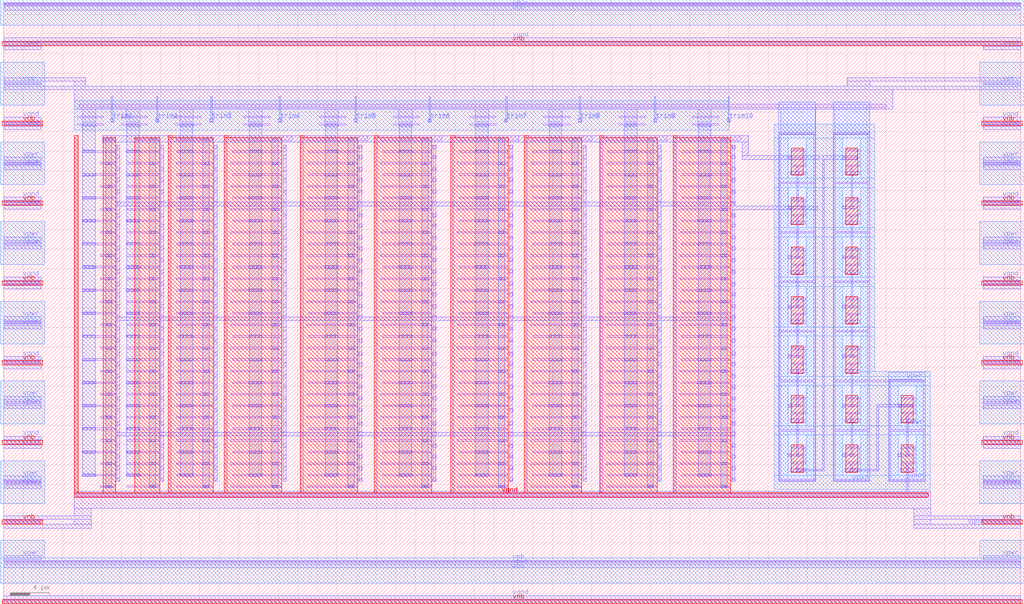
<source format=lef>
VERSION 5.7 ;
  NOWIREEXTENSIONATPIN ON ;
  DIVIDERCHAR "/" ;
  BUSBITCHARS "[]" ;
MACRO vref_gen_nmos_with_trim
  CLASS BLOCK ;
  FOREIGN vref_gen_nmos_with_trim ;
  ORIGIN 0.000 0.000 ;
  SIZE 103.780 BY 61.050 ;
  PIN vpb
    ANTENNADIFFAREA 17.642599 ;
    PORT
      LAYER nwell ;
        RECT -0.330 58.865 104.110 61.465 ;
      LAYER li1 ;
        RECT 0.000 60.965 103.780 61.135 ;
      LAYER met1 ;
        RECT 0.000 60.935 103.780 61.165 ;
    END
    PORT
      LAYER nwell ;
        RECT 99.610 50.725 104.110 55.095 ;
      LAYER li1 ;
        RECT 99.940 52.825 103.780 52.995 ;
      LAYER met1 ;
        RECT 99.940 52.795 103.780 53.025 ;
    END
    PORT
      LAYER nwell ;
        RECT 99.610 42.585 104.110 46.955 ;
      LAYER li1 ;
        RECT 99.940 44.685 103.780 44.855 ;
      LAYER met1 ;
        RECT 99.940 44.655 103.780 44.885 ;
    END
    PORT
      LAYER nwell ;
        RECT 99.610 34.445 104.110 38.815 ;
      LAYER li1 ;
        RECT 99.940 36.545 103.780 36.715 ;
      LAYER met1 ;
        RECT 99.940 36.515 103.780 36.745 ;
    END
    PORT
      LAYER nwell ;
        RECT -0.330 50.725 4.170 55.095 ;
      LAYER li1 ;
        RECT 0.000 52.825 3.840 52.995 ;
      LAYER met1 ;
        RECT 0.000 52.795 3.840 53.025 ;
    END
    PORT
      LAYER nwell ;
        RECT -0.330 42.585 4.170 46.955 ;
      LAYER li1 ;
        RECT 0.000 44.685 3.840 44.855 ;
      LAYER met1 ;
        RECT 0.000 44.655 3.840 44.885 ;
    END
    PORT
      LAYER nwell ;
        RECT -0.330 34.445 4.170 38.815 ;
      LAYER li1 ;
        RECT 0.000 36.545 3.840 36.715 ;
      LAYER met1 ;
        RECT 0.000 36.515 3.840 36.745 ;
    END
    PORT
      LAYER nwell ;
        RECT -0.330 26.305 4.170 30.675 ;
      LAYER li1 ;
        RECT 0.000 28.405 3.840 28.575 ;
      LAYER met1 ;
        RECT 0.000 28.375 3.840 28.605 ;
    END
    PORT
      LAYER nwell ;
        RECT -0.330 18.165 4.170 22.535 ;
      LAYER li1 ;
        RECT 0.000 20.265 3.840 20.435 ;
      LAYER met1 ;
        RECT 0.000 20.235 3.840 20.465 ;
    END
    PORT
      LAYER nwell ;
        RECT -0.330 4.485 4.170 6.255 ;
        RECT 99.610 4.485 104.110 6.255 ;
        RECT -0.330 1.885 104.110 4.485 ;
      LAYER li1 ;
        RECT 0.000 3.985 103.780 4.155 ;
      LAYER met1 ;
        RECT 0.000 3.955 103.780 4.185 ;
    END
    PORT
      LAYER nwell ;
        RECT -0.330 10.025 4.170 14.395 ;
      LAYER li1 ;
        RECT 0.000 12.125 3.840 12.295 ;
      LAYER met1 ;
        RECT 0.000 12.095 3.840 12.325 ;
    END
    PORT
      LAYER nwell ;
        RECT 99.610 18.165 104.110 22.535 ;
      LAYER li1 ;
        RECT 99.940 20.265 103.780 20.435 ;
      LAYER met1 ;
        RECT 99.940 20.235 103.780 20.465 ;
    END
    PORT
      LAYER nwell ;
        RECT 99.610 26.305 104.110 30.675 ;
      LAYER li1 ;
        RECT 99.940 28.405 103.780 28.575 ;
      LAYER met1 ;
        RECT 99.940 28.375 103.780 28.605 ;
    END
    PORT
      LAYER nwell ;
        RECT 99.610 10.025 104.110 14.395 ;
      LAYER li1 ;
        RECT 99.940 12.125 103.780 12.295 ;
      LAYER met1 ;
        RECT 99.940 12.095 103.780 12.325 ;
    END
  END vpb
  PIN vnb
    ANTENNADIFFAREA 0.652800 ;
    PORT
      LAYER pwell ;
        RECT 99.810 48.625 103.910 49.055 ;
      LAYER li1 ;
        RECT 99.940 48.755 103.780 48.925 ;
      LAYER met1 ;
        RECT 99.940 48.725 103.780 48.955 ;
    END
    PORT
      LAYER pwell ;
        RECT -0.130 56.765 103.910 57.195 ;
      LAYER li1 ;
        RECT 0.000 56.895 103.780 57.065 ;
      LAYER met1 ;
        RECT 0.000 56.865 103.780 57.095 ;
    END
    PORT
      LAYER pwell ;
        RECT 99.810 32.345 103.910 32.775 ;
      LAYER li1 ;
        RECT 99.940 32.475 103.780 32.645 ;
      LAYER met1 ;
        RECT 99.940 32.445 103.780 32.675 ;
    END
    PORT
      LAYER pwell ;
        RECT 99.810 40.485 103.910 40.915 ;
      LAYER li1 ;
        RECT 99.940 40.615 103.780 40.785 ;
      LAYER met1 ;
        RECT 99.940 40.585 103.780 40.815 ;
    END
    PORT
      LAYER pwell ;
        RECT -0.130 48.625 3.970 49.055 ;
      LAYER li1 ;
        RECT 0.000 48.755 3.840 48.925 ;
      LAYER met1 ;
        RECT 0.000 48.725 3.840 48.955 ;
    END
    PORT
      LAYER pwell ;
        RECT -0.130 40.485 3.970 40.915 ;
      LAYER li1 ;
        RECT 0.000 40.615 3.840 40.785 ;
      LAYER met1 ;
        RECT 0.000 40.585 3.840 40.815 ;
    END
    PORT
      LAYER pwell ;
        RECT -0.130 32.345 3.970 32.775 ;
      LAYER li1 ;
        RECT 0.000 32.475 3.840 32.645 ;
      LAYER met1 ;
        RECT 0.000 32.445 3.840 32.675 ;
    END
    PORT
      LAYER pwell ;
        RECT -0.130 24.205 3.970 24.635 ;
      LAYER li1 ;
        RECT 0.000 24.335 3.840 24.505 ;
      LAYER met1 ;
        RECT 0.000 24.305 3.840 24.535 ;
    END
    PORT
      LAYER pwell ;
        RECT -0.130 16.065 3.970 16.495 ;
      LAYER li1 ;
        RECT 0.000 16.195 3.840 16.365 ;
      LAYER met1 ;
        RECT 0.000 16.165 3.840 16.395 ;
    END
    PORT
      LAYER pwell ;
        RECT -0.130 -0.215 103.910 0.215 ;
      LAYER li1 ;
        RECT 0.000 -0.085 103.780 0.085 ;
      LAYER met1 ;
        RECT 0.000 -0.115 103.780 0.115 ;
    END
    PORT
      LAYER pwell ;
        RECT -0.130 7.925 3.970 8.355 ;
      LAYER li1 ;
        RECT 0.000 8.055 3.840 8.225 ;
      LAYER met1 ;
        RECT 0.000 8.025 3.840 8.255 ;
    END
    PORT
      LAYER pwell ;
        RECT 99.810 24.205 103.910 24.635 ;
      LAYER li1 ;
        RECT 99.940 24.335 103.780 24.505 ;
      LAYER met1 ;
        RECT 99.940 24.305 103.780 24.535 ;
    END
    PORT
      LAYER pwell ;
        RECT 99.810 16.065 103.910 16.495 ;
      LAYER li1 ;
        RECT 99.940 16.195 103.780 16.365 ;
      LAYER met1 ;
        RECT 99.940 16.165 103.780 16.395 ;
    END
    PORT
      LAYER pwell ;
        RECT 99.810 7.925 103.910 8.355 ;
      LAYER li1 ;
        RECT 99.940 8.055 103.780 8.225 ;
      LAYER met1 ;
        RECT 99.940 8.025 103.780 8.255 ;
    END
  END vnb
  PIN vpwr
    PORT
      LAYER met1 ;
        RECT 0.000 60.425 103.780 60.795 ;
    END
    PORT
      LAYER nwell ;
        RECT 7.180 48.170 74.045 51.165 ;
        RECT 78.610 47.355 88.880 48.785 ;
        RECT 78.610 43.250 80.040 47.355 ;
        RECT 81.900 43.250 85.590 47.355 ;
        RECT 87.450 43.250 88.880 47.355 ;
        RECT 78.610 42.300 88.880 43.250 ;
        RECT 78.610 38.195 80.040 42.300 ;
        RECT 81.900 38.195 85.590 42.300 ;
        RECT 87.450 38.195 88.880 42.300 ;
        RECT 78.610 37.245 88.880 38.195 ;
        RECT 78.610 33.140 80.040 37.245 ;
        RECT 81.900 33.140 85.590 37.245 ;
        RECT 87.450 33.140 88.880 37.245 ;
        RECT 78.610 32.190 88.880 33.140 ;
        RECT 78.610 28.085 80.040 32.190 ;
        RECT 81.900 28.085 85.590 32.190 ;
        RECT 87.450 28.085 88.880 32.190 ;
        RECT 78.610 27.135 88.880 28.085 ;
        RECT 78.610 23.030 80.040 27.135 ;
        RECT 81.900 23.030 85.590 27.135 ;
        RECT 87.450 23.510 88.880 27.135 ;
        RECT 87.450 23.030 94.550 23.510 ;
        RECT 78.610 22.080 94.550 23.030 ;
        RECT 78.610 17.975 80.040 22.080 ;
        RECT 81.900 17.975 85.590 22.080 ;
        RECT 87.450 17.975 91.260 22.080 ;
        RECT 93.120 17.975 94.550 22.080 ;
        RECT 78.610 17.025 94.550 17.975 ;
        RECT 78.610 12.920 80.040 17.025 ;
        RECT 81.900 12.920 85.590 17.025 ;
        RECT 87.450 12.920 91.260 17.025 ;
        RECT 93.120 12.920 94.550 17.025 ;
        RECT 78.610 11.490 94.550 12.920 ;
      LAYER li1 ;
        RECT 7.700 50.465 90.045 50.795 ;
        RECT 7.490 49.430 10.200 49.600 ;
        RECT 11.975 49.430 14.685 49.600 ;
        RECT 17.435 49.430 20.145 49.600 ;
        RECT 24.460 49.430 27.170 49.600 ;
        RECT 32.195 49.430 34.905 49.600 ;
        RECT 39.750 49.430 42.460 49.600 ;
        RECT 47.560 49.430 50.270 49.600 ;
        RECT 55.070 49.430 57.780 49.600 ;
        RECT 62.745 49.430 65.455 49.600 ;
        RECT 70.255 49.430 72.965 49.600 ;
        RECT 79.135 47.745 82.795 47.915 ;
        RECT 79.135 42.860 79.305 47.745 ;
        RECT 82.625 42.860 82.795 47.745 ;
        RECT 79.135 42.690 82.795 42.860 ;
        RECT 79.135 37.805 79.305 42.690 ;
        RECT 82.625 37.805 82.795 42.690 ;
        RECT 79.135 37.635 82.795 37.805 ;
        RECT 79.135 32.750 79.305 37.635 ;
        RECT 82.625 32.750 82.795 37.635 ;
        RECT 79.135 32.580 82.795 32.750 ;
        RECT 79.135 27.695 79.305 32.580 ;
        RECT 82.625 27.695 82.795 32.580 ;
        RECT 79.135 27.525 82.795 27.695 ;
        RECT 79.135 22.640 79.305 27.525 ;
        RECT 82.625 22.640 82.795 27.525 ;
        RECT 79.135 22.470 82.795 22.640 ;
        RECT 79.135 17.585 79.305 22.470 ;
        RECT 82.625 17.585 82.795 22.470 ;
        RECT 79.135 17.415 82.795 17.585 ;
        RECT 79.135 12.505 79.305 17.415 ;
        RECT 82.625 12.505 82.795 17.415 ;
        RECT 79.135 12.335 82.795 12.505 ;
        RECT 84.685 47.745 88.345 47.915 ;
        RECT 84.685 42.860 84.855 47.745 ;
        RECT 88.175 42.860 88.345 47.745 ;
        RECT 84.685 42.690 88.345 42.860 ;
        RECT 84.685 37.805 84.855 42.690 ;
        RECT 88.175 37.805 88.345 42.690 ;
        RECT 84.685 37.635 88.345 37.805 ;
        RECT 84.685 32.750 84.855 37.635 ;
        RECT 88.175 32.750 88.345 37.635 ;
        RECT 84.685 32.580 88.345 32.750 ;
        RECT 84.685 27.695 84.855 32.580 ;
        RECT 88.175 27.695 88.345 32.580 ;
        RECT 84.685 27.525 88.345 27.695 ;
        RECT 84.685 22.640 84.855 27.525 ;
        RECT 88.175 22.640 88.345 27.525 ;
        RECT 84.685 22.470 94.015 22.640 ;
        RECT 84.685 17.585 84.855 22.470 ;
        RECT 88.175 17.585 88.345 22.470 ;
        RECT 84.685 17.415 88.345 17.585 ;
        RECT 84.685 12.505 84.855 17.415 ;
        RECT 88.175 12.505 88.345 17.415 ;
        RECT 84.685 12.335 88.345 12.505 ;
        RECT 90.355 17.585 90.525 22.470 ;
        RECT 93.845 17.585 94.015 22.470 ;
        RECT 90.355 17.415 94.015 17.585 ;
        RECT 90.355 12.505 90.525 17.415 ;
        RECT 93.845 12.505 94.015 17.415 ;
        RECT 90.355 12.335 94.015 12.505 ;
      LAYER met1 ;
        RECT 0.000 53.165 8.370 53.535 ;
        RECT 7.180 52.655 8.370 53.165 ;
        RECT 86.065 53.165 103.780 53.535 ;
        RECT 86.065 52.655 88.435 53.165 ;
        RECT 0.000 52.285 103.780 52.655 ;
        RECT 7.180 50.295 90.730 52.285 ;
        RECT 8.030 48.965 9.400 50.295 ;
        RECT 12.520 48.965 13.890 50.295 ;
        RECT 17.980 48.965 19.350 50.295 ;
        RECT 25.005 48.965 26.375 50.295 ;
        RECT 32.740 48.965 34.110 50.295 ;
        RECT 40.295 48.965 41.665 50.295 ;
        RECT 48.105 48.965 49.475 50.295 ;
        RECT 55.615 48.965 56.985 50.295 ;
        RECT 63.290 48.965 64.660 50.295 ;
        RECT 70.800 48.965 72.170 50.295 ;
        RECT 79.265 47.715 82.795 50.295 ;
        RECT 84.815 47.715 88.345 50.295 ;
        RECT 90.475 22.670 93.675 22.700 ;
        RECT 90.335 22.440 93.865 22.670 ;
      LAYER met2 ;
        RECT 79.080 12.280 82.830 51.015 ;
        RECT 84.630 12.280 88.380 51.015 ;
        RECT 90.300 12.280 94.050 23.395 ;
    END
    PORT
      LAYER met1 ;
        RECT 99.940 44.145 103.780 44.515 ;
    END
    PORT
      LAYER met1 ;
        RECT 99.940 36.005 103.780 36.375 ;
    END
    PORT
      LAYER met1 ;
        RECT 99.940 36.885 103.780 37.255 ;
    END
    PORT
      LAYER met1 ;
        RECT 99.940 45.025 103.780 45.395 ;
    END
    PORT
      LAYER met1 ;
        RECT 0.000 44.145 3.840 44.515 ;
    END
    PORT
      LAYER met1 ;
        RECT 0.000 36.005 3.840 36.375 ;
    END
    PORT
      LAYER met1 ;
        RECT 0.000 45.025 3.840 45.395 ;
    END
    PORT
      LAYER met1 ;
        RECT 0.000 36.885 3.840 37.255 ;
    END
    PORT
      LAYER met1 ;
        RECT 0.000 27.865 3.840 28.235 ;
    END
    PORT
      LAYER met1 ;
        RECT 0.000 19.725 3.840 20.095 ;
    END
    PORT
      LAYER met1 ;
        RECT 0.000 28.745 3.840 29.115 ;
    END
    PORT
      LAYER met1 ;
        RECT 0.000 20.605 3.840 20.975 ;
    END
    PORT
      LAYER met1 ;
        RECT 0.000 3.445 103.780 3.815 ;
    END
    PORT
      LAYER met1 ;
        RECT 0.000 4.325 3.840 4.695 ;
    END
    PORT
      LAYER met1 ;
        RECT 0.000 11.585 3.840 11.955 ;
    END
    PORT
      LAYER met1 ;
        RECT 0.000 12.465 3.840 12.835 ;
    END
    PORT
      LAYER met1 ;
        RECT 99.940 20.605 103.780 20.975 ;
    END
    PORT
      LAYER met1 ;
        RECT 99.940 19.725 103.780 20.095 ;
    END
    PORT
      LAYER met1 ;
        RECT 99.940 28.745 103.780 29.115 ;
    END
    PORT
      LAYER met1 ;
        RECT 99.940 27.865 103.780 28.235 ;
    END
    PORT
      LAYER met1 ;
        RECT 99.940 11.585 103.780 11.955 ;
    END
    PORT
      LAYER met1 ;
        RECT 99.940 12.465 103.780 12.835 ;
    END
    PORT
      LAYER met1 ;
        RECT 99.940 4.325 103.780 4.695 ;
    END
  END vpwr
  PIN vgnd
    PORT
      LAYER met1 ;
        RECT 99.940 48.215 103.780 48.585 ;
    END
    PORT
      LAYER met1 ;
        RECT 0.000 57.235 103.780 57.605 ;
    END
    PORT
      LAYER met1 ;
        RECT 99.940 49.095 103.780 49.465 ;
    END
    PORT
      LAYER met1 ;
        RECT 99.940 56.355 103.780 56.725 ;
    END
    PORT
      LAYER met1 ;
        RECT 99.940 31.935 103.780 32.305 ;
    END
    PORT
      LAYER met1 ;
        RECT 99.940 40.955 103.780 41.325 ;
    END
    PORT
      LAYER met1 ;
        RECT 99.940 32.815 103.780 33.185 ;
    END
    PORT
      LAYER met1 ;
        RECT 99.940 40.075 103.780 40.445 ;
    END
    PORT
      LAYER met1 ;
        RECT 0.000 56.355 3.840 56.725 ;
    END
    PORT
      LAYER met1 ;
        RECT 0.000 49.095 3.840 49.465 ;
    END
    PORT
      LAYER met1 ;
        RECT 0.000 48.215 3.840 48.585 ;
    END
    PORT
      LAYER met1 ;
        RECT 0.000 40.075 3.840 40.445 ;
    END
    PORT
      LAYER met1 ;
        RECT 0.000 40.955 3.840 41.325 ;
    END
    PORT
      LAYER met1 ;
        RECT 0.000 32.815 3.840 33.185 ;
    END
    PORT
      LAYER met1 ;
        RECT 0.000 31.935 3.840 32.305 ;
    END
    PORT
      LAYER met1 ;
        RECT 0.000 23.795 3.840 24.165 ;
    END
    PORT
      LAYER met1 ;
        RECT 0.000 24.675 3.840 25.045 ;
    END
    PORT
      LAYER met1 ;
        RECT 0.000 16.535 3.840 16.905 ;
    END
    PORT
      LAYER met1 ;
        RECT 0.000 15.655 3.840 16.025 ;
    END
    PORT
      LAYER met1 ;
        RECT 0.000 0.255 103.780 0.625 ;
    END
    PORT
      LAYER pwell ;
        RECT 7.175 11.115 7.605 47.580 ;
        RECT 16.790 47.410 17.220 47.580 ;
        RECT 22.515 47.410 22.945 47.580 ;
        RECT 30.250 47.410 30.680 47.580 ;
        RECT 37.805 47.410 38.235 47.580 ;
        RECT 45.615 47.410 46.045 47.580 ;
        RECT 53.125 47.410 53.555 47.580 ;
        RECT 60.800 47.410 61.230 47.580 ;
        RECT 68.310 47.410 68.740 47.580 ;
        RECT 10.160 11.115 11.420 47.410 ;
        RECT 13.345 11.115 15.905 47.410 ;
        RECT 16.790 11.115 21.365 47.410 ;
        RECT 22.515 11.115 28.390 47.410 ;
        RECT 30.250 11.115 36.125 47.410 ;
        RECT 37.805 11.115 43.680 47.410 ;
        RECT 45.615 11.115 51.490 47.410 ;
        RECT 53.125 11.115 59.000 47.410 ;
        RECT 60.800 11.115 66.675 47.410 ;
        RECT 68.310 11.115 74.185 47.410 ;
        RECT 91.560 13.220 92.820 16.005 ;
        RECT 7.170 10.685 94.330 11.115 ;
      LAYER li1 ;
        RECT 7.305 11.065 7.475 47.410 ;
        RECT 16.920 11.065 17.090 47.410 ;
        RECT 22.645 11.065 22.815 47.410 ;
        RECT 30.380 11.065 30.550 47.410 ;
        RECT 37.935 11.065 38.105 47.410 ;
        RECT 45.745 11.065 45.915 47.410 ;
        RECT 53.255 11.065 53.425 47.410 ;
        RECT 60.930 11.065 61.100 47.410 ;
        RECT 68.440 11.065 68.610 47.410 ;
        RECT 91.700 15.665 93.120 15.835 ;
        RECT 92.950 14.275 93.120 15.665 ;
        RECT 91.700 14.105 93.120 14.275 ;
        RECT 92.095 13.600 92.265 14.105 ;
        RECT 91.465 13.270 92.995 13.600 ;
        RECT 7.305 10.985 94.325 11.065 ;
        RECT 7.305 10.815 94.385 10.985 ;
        RECT 7.305 10.735 94.325 10.815 ;
      LAYER met1 ;
        RECT 92.065 13.290 92.355 13.580 ;
        RECT 92.140 11.280 92.280 13.290 ;
        RECT 7.180 9.550 94.590 11.280 ;
        RECT 7.180 8.765 8.920 9.550 ;
        RECT 0.000 8.395 8.920 8.765 ;
        RECT 7.180 7.885 8.920 8.395 ;
        RECT 0.000 7.515 8.920 7.885 ;
        RECT 92.850 8.765 94.590 9.550 ;
        RECT 92.850 8.395 103.780 8.765 ;
        RECT 92.850 7.885 94.590 8.395 ;
        RECT 92.850 7.515 103.780 7.885 ;
    END
    PORT
      LAYER met1 ;
        RECT 99.940 24.675 103.780 25.045 ;
    END
    PORT
      LAYER met1 ;
        RECT 99.940 23.795 103.780 24.165 ;
    END
    PORT
      LAYER met1 ;
        RECT 99.940 16.535 103.780 16.905 ;
    END
    PORT
      LAYER met1 ;
        RECT 99.940 15.655 103.780 16.025 ;
    END
  END vgnd
  PIN trim9
    ANTENNAGATEAREA 1.500000 ;
    PORT
      LAYER li1 ;
        RECT 66.300 48.980 66.630 49.310 ;
      LAYER met1 ;
        RECT 66.320 49.275 66.610 49.290 ;
        RECT 66.300 49.015 66.620 49.275 ;
        RECT 66.320 49.000 66.610 49.015 ;
      LAYER met2 ;
        RECT 66.395 49.275 66.535 51.560 ;
        RECT 66.300 49.015 66.620 49.275 ;
    END
  END trim9
  PIN trim10
    ANTENNAGATEAREA 1.500000 ;
    PORT
      LAYER li1 ;
        RECT 73.810 48.980 74.140 49.310 ;
      LAYER met1 ;
        RECT 73.830 49.275 74.120 49.290 ;
        RECT 73.810 49.015 74.130 49.275 ;
        RECT 73.830 49.000 74.120 49.015 ;
      LAYER met2 ;
        RECT 73.905 49.275 74.045 51.560 ;
        RECT 73.810 49.015 74.130 49.275 ;
    END
  END trim10
  PIN trim8
    ANTENNAGATEAREA 1.500000 ;
    PORT
      LAYER li1 ;
        RECT 58.625 48.980 58.955 49.310 ;
      LAYER met1 ;
        RECT 58.645 49.275 58.935 49.290 ;
        RECT 58.625 49.015 58.945 49.275 ;
        RECT 58.645 49.000 58.935 49.015 ;
      LAYER met2 ;
        RECT 58.720 49.275 58.860 51.560 ;
        RECT 58.625 49.015 58.945 49.275 ;
    END
  END trim8
  PIN trim7
    ANTENNAGATEAREA 1.500000 ;
    PORT
      LAYER li1 ;
        RECT 51.115 48.980 51.445 49.310 ;
      LAYER met1 ;
        RECT 51.135 49.275 51.425 49.290 ;
        RECT 51.115 49.015 51.435 49.275 ;
        RECT 51.135 49.000 51.425 49.015 ;
      LAYER met2 ;
        RECT 51.210 49.275 51.350 51.560 ;
        RECT 51.115 49.015 51.435 49.275 ;
    END
  END trim7
  PIN trim6
    ANTENNAGATEAREA 1.500000 ;
    PORT
      LAYER li1 ;
        RECT 43.305 48.980 43.635 49.310 ;
      LAYER met1 ;
        RECT 43.325 49.275 43.615 49.290 ;
        RECT 43.305 49.015 43.625 49.275 ;
        RECT 43.325 49.000 43.615 49.015 ;
      LAYER met2 ;
        RECT 43.400 49.275 43.540 51.560 ;
        RECT 43.305 49.015 43.625 49.275 ;
    END
  END trim6
  PIN trim5
    ANTENNAGATEAREA 1.500000 ;
    PORT
      LAYER li1 ;
        RECT 35.750 48.980 36.080 49.310 ;
      LAYER met1 ;
        RECT 35.770 49.275 36.060 49.290 ;
        RECT 35.750 49.015 36.070 49.275 ;
        RECT 35.770 49.000 36.060 49.015 ;
      LAYER met2 ;
        RECT 35.845 49.275 35.985 51.560 ;
        RECT 35.750 49.015 36.070 49.275 ;
    END
  END trim5
  PIN trim4
    ANTENNAGATEAREA 1.500000 ;
    PORT
      LAYER li1 ;
        RECT 28.015 48.980 28.345 49.310 ;
      LAYER met1 ;
        RECT 28.035 49.275 28.325 49.290 ;
        RECT 28.015 49.015 28.335 49.275 ;
        RECT 28.035 49.000 28.325 49.015 ;
      LAYER met2 ;
        RECT 28.110 49.275 28.250 51.560 ;
        RECT 28.015 49.015 28.335 49.275 ;
    END
  END trim4
  PIN trim3
    ANTENNAGATEAREA 1.500000 ;
    PORT
      LAYER li1 ;
        RECT 21.025 48.980 21.355 49.310 ;
      LAYER met1 ;
        RECT 21.045 49.275 21.335 49.290 ;
        RECT 21.025 49.015 21.345 49.275 ;
        RECT 21.045 49.000 21.335 49.015 ;
      LAYER met2 ;
        RECT 21.115 49.275 21.255 51.560 ;
        RECT 21.025 49.015 21.345 49.275 ;
    END
  END trim3
  PIN trim2
    ANTENNAGATEAREA 1.500000 ;
    PORT
      LAYER li1 ;
        RECT 15.500 48.980 15.830 49.310 ;
      LAYER met1 ;
        RECT 15.520 49.275 15.810 49.290 ;
        RECT 15.500 49.015 15.820 49.275 ;
        RECT 15.520 49.000 15.810 49.015 ;
      LAYER met2 ;
        RECT 15.595 49.275 15.735 51.560 ;
        RECT 15.500 49.015 15.820 49.275 ;
    END
  END trim2
  PIN trim1
    ANTENNAGATEAREA 1.500000 ;
    PORT
      LAYER li1 ;
        RECT 10.895 48.980 11.225 49.310 ;
      LAYER met1 ;
        RECT 10.915 49.275 11.205 49.290 ;
        RECT 10.895 49.015 11.215 49.275 ;
        RECT 10.915 49.000 11.205 49.015 ;
      LAYER met2 ;
        RECT 10.980 49.275 11.120 51.560 ;
        RECT 10.895 49.015 11.215 49.275 ;
    END
  END trim1
  OBS
      LAYER pwell ;
        RECT 80.340 43.550 81.600 46.335 ;
        RECT 85.890 43.550 87.150 46.335 ;
        RECT 80.340 38.495 81.600 41.280 ;
        RECT 85.890 38.495 87.150 41.280 ;
        RECT 80.340 33.440 81.600 36.225 ;
        RECT 85.890 33.440 87.150 36.225 ;
        RECT 80.340 28.385 81.600 31.170 ;
        RECT 85.890 28.385 87.150 31.170 ;
        RECT 80.340 23.330 81.600 26.115 ;
        RECT 85.890 23.330 87.150 26.115 ;
        RECT 80.340 18.275 81.600 21.060 ;
        RECT 85.890 18.275 87.150 21.060 ;
        RECT 91.560 18.275 92.820 21.060 ;
        RECT 80.340 13.220 81.600 16.005 ;
        RECT 85.890 13.220 87.150 16.005 ;
      LAYER li1 ;
        RECT 7.490 48.650 10.200 48.820 ;
        RECT 11.975 48.650 14.685 48.820 ;
        RECT 17.435 48.650 20.145 48.820 ;
        RECT 24.460 48.650 27.170 48.820 ;
        RECT 32.195 48.650 34.905 48.820 ;
        RECT 39.750 48.650 42.460 48.820 ;
        RECT 47.560 48.650 50.270 48.820 ;
        RECT 55.070 48.650 57.780 48.820 ;
        RECT 62.745 48.650 65.455 48.820 ;
        RECT 70.255 48.650 72.965 48.820 ;
        RECT 7.965 48.545 9.510 48.650 ;
        RECT 12.480 48.525 13.890 48.650 ;
        RECT 17.980 48.525 19.350 48.650 ;
        RECT 25.005 48.500 26.375 48.650 ;
        RECT 32.740 48.500 34.110 48.650 ;
        RECT 40.295 48.500 41.665 48.650 ;
        RECT 48.105 48.500 49.475 48.650 ;
        RECT 55.615 48.500 56.985 48.650 ;
        RECT 63.290 48.500 64.660 48.650 ;
        RECT 70.800 48.500 72.170 48.650 ;
        RECT 10.105 47.070 11.315 47.580 ;
        RECT 13.475 47.410 15.795 47.580 ;
        RECT 17.600 47.410 21.255 47.580 ;
        RECT 13.475 47.240 15.800 47.410 ;
        RECT 17.600 47.240 21.260 47.410 ;
        RECT 13.485 47.070 15.795 47.240 ;
        RECT 17.600 47.070 21.255 47.240 ;
        RECT 23.185 47.070 29.425 47.580 ;
        RECT 30.920 47.070 37.160 47.580 ;
        RECT 38.475 47.070 44.715 47.580 ;
        RECT 46.285 47.070 52.525 47.580 ;
        RECT 53.795 47.070 60.035 47.580 ;
        RECT 61.470 47.070 67.710 47.580 ;
        RECT 68.980 47.070 75.220 47.580 ;
        RECT 11.525 46.295 11.855 46.625 ;
        RECT 16.010 46.295 16.340 46.625 ;
        RECT 21.470 46.295 21.800 46.625 ;
        RECT 28.495 46.295 28.825 46.625 ;
        RECT 36.230 46.295 36.560 46.625 ;
        RECT 43.785 46.295 44.115 46.625 ;
        RECT 51.595 46.295 51.925 46.625 ;
        RECT 59.105 46.295 59.435 46.625 ;
        RECT 66.780 46.295 67.110 46.625 ;
        RECT 74.290 46.295 74.620 46.625 ;
        RECT 8.045 45.890 11.310 46.060 ;
        RECT 12.530 45.890 15.795 46.060 ;
        RECT 17.645 45.890 21.255 46.060 ;
        RECT 23.360 45.890 28.280 46.060 ;
        RECT 31.095 45.890 36.015 46.060 ;
        RECT 38.650 45.890 43.570 46.060 ;
        RECT 46.460 45.890 51.380 46.060 ;
        RECT 53.970 45.890 58.890 46.060 ;
        RECT 61.645 45.890 66.565 46.060 ;
        RECT 69.155 45.890 74.075 46.060 ;
        RECT 80.480 45.995 81.900 46.165 ;
        RECT 86.030 45.995 87.450 46.165 ;
        RECT 8.095 45.885 9.345 45.890 ;
        RECT 12.580 45.885 13.830 45.890 ;
        RECT 18.040 45.885 19.290 45.890 ;
        RECT 25.065 45.885 26.315 45.890 ;
        RECT 32.800 45.885 34.050 45.890 ;
        RECT 40.355 45.885 41.605 45.890 ;
        RECT 48.165 45.885 49.415 45.890 ;
        RECT 55.675 45.885 56.925 45.890 ;
        RECT 63.350 45.885 64.600 45.890 ;
        RECT 70.860 45.885 72.110 45.890 ;
        RECT 11.525 45.245 11.855 45.575 ;
        RECT 16.010 45.245 16.340 45.575 ;
        RECT 21.470 45.245 21.800 45.575 ;
        RECT 28.495 45.245 28.825 45.575 ;
        RECT 36.230 45.245 36.560 45.575 ;
        RECT 43.785 45.245 44.115 45.575 ;
        RECT 51.595 45.245 51.925 45.575 ;
        RECT 59.105 45.245 59.435 45.575 ;
        RECT 66.780 45.245 67.110 45.575 ;
        RECT 74.290 45.245 74.620 45.575 ;
        RECT 80.015 45.385 80.345 45.465 ;
        RECT 80.015 45.215 81.490 45.385 ;
        RECT 80.015 45.135 80.345 45.215 ;
        RECT 9.825 44.710 11.310 44.880 ;
        RECT 12.560 44.710 15.795 44.880 ;
        RECT 17.600 44.710 21.255 44.880 ;
        RECT 23.185 44.710 28.280 44.880 ;
        RECT 30.920 44.710 36.015 44.880 ;
        RECT 38.475 44.710 43.570 44.880 ;
        RECT 46.285 44.710 51.380 44.880 ;
        RECT 53.795 44.710 58.890 44.880 ;
        RECT 61.470 44.710 66.565 44.880 ;
        RECT 68.980 44.710 74.075 44.880 ;
        RECT 81.730 44.605 81.900 45.995 ;
        RECT 85.565 45.385 85.895 45.465 ;
        RECT 85.565 45.215 87.040 45.385 ;
        RECT 85.565 45.135 85.895 45.215 ;
        RECT 87.280 44.605 87.450 45.995 ;
        RECT 80.480 44.435 81.900 44.605 ;
        RECT 86.030 44.435 87.450 44.605 ;
        RECT 11.525 44.020 11.855 44.350 ;
        RECT 16.010 44.020 16.340 44.350 ;
        RECT 21.470 44.020 21.800 44.350 ;
        RECT 28.495 44.020 28.825 44.350 ;
        RECT 36.230 44.020 36.560 44.350 ;
        RECT 43.785 44.020 44.115 44.350 ;
        RECT 51.595 44.020 51.925 44.350 ;
        RECT 59.105 44.020 59.435 44.350 ;
        RECT 66.780 44.020 67.110 44.350 ;
        RECT 74.290 44.020 74.620 44.350 ;
        RECT 80.875 43.930 81.045 44.435 ;
        RECT 86.425 43.930 86.595 44.435 ;
        RECT 8.045 43.530 11.310 43.700 ;
        RECT 12.530 43.530 15.795 43.700 ;
        RECT 17.645 43.530 21.255 43.700 ;
        RECT 23.360 43.530 28.280 43.700 ;
        RECT 31.095 43.530 36.015 43.700 ;
        RECT 38.650 43.530 43.570 43.700 ;
        RECT 46.460 43.530 51.380 43.700 ;
        RECT 53.970 43.530 58.890 43.700 ;
        RECT 61.645 43.530 66.565 43.700 ;
        RECT 69.155 43.530 74.075 43.700 ;
        RECT 80.245 43.600 81.775 43.930 ;
        RECT 85.795 43.600 87.325 43.930 ;
        RECT 8.095 43.525 9.345 43.530 ;
        RECT 12.580 43.525 13.830 43.530 ;
        RECT 18.040 43.525 19.290 43.530 ;
        RECT 25.065 43.525 26.315 43.530 ;
        RECT 32.800 43.525 34.050 43.530 ;
        RECT 40.355 43.525 41.605 43.530 ;
        RECT 48.165 43.525 49.415 43.530 ;
        RECT 55.675 43.525 56.925 43.530 ;
        RECT 63.350 43.525 64.600 43.530 ;
        RECT 70.860 43.525 72.110 43.530 ;
        RECT 11.525 42.910 11.855 43.240 ;
        RECT 16.010 42.910 16.340 43.240 ;
        RECT 21.470 42.910 21.800 43.240 ;
        RECT 28.495 42.910 28.825 43.240 ;
        RECT 36.230 42.910 36.560 43.240 ;
        RECT 43.785 42.910 44.115 43.240 ;
        RECT 51.595 42.910 51.925 43.240 ;
        RECT 59.105 42.910 59.435 43.240 ;
        RECT 66.780 42.910 67.110 43.240 ;
        RECT 74.290 42.910 74.620 43.240 ;
        RECT 9.825 42.350 11.310 42.520 ;
        RECT 12.560 42.350 15.795 42.520 ;
        RECT 17.600 42.350 21.255 42.520 ;
        RECT 23.185 42.350 28.280 42.520 ;
        RECT 30.920 42.350 36.015 42.520 ;
        RECT 38.475 42.350 43.570 42.520 ;
        RECT 46.285 42.350 51.380 42.520 ;
        RECT 53.795 42.350 58.890 42.520 ;
        RECT 61.470 42.350 66.565 42.520 ;
        RECT 68.980 42.350 74.075 42.520 ;
        RECT 11.525 41.725 11.855 42.055 ;
        RECT 16.010 41.725 16.340 42.055 ;
        RECT 21.470 41.725 21.800 42.055 ;
        RECT 28.495 41.725 28.825 42.055 ;
        RECT 36.230 41.725 36.560 42.055 ;
        RECT 43.785 41.725 44.115 42.055 ;
        RECT 51.595 41.725 51.925 42.055 ;
        RECT 59.105 41.725 59.435 42.055 ;
        RECT 66.780 41.725 67.110 42.055 ;
        RECT 74.290 41.725 74.620 42.055 ;
        RECT 8.045 41.170 11.310 41.340 ;
        RECT 12.530 41.170 15.795 41.340 ;
        RECT 17.645 41.170 21.255 41.340 ;
        RECT 23.360 41.170 28.280 41.340 ;
        RECT 31.095 41.170 36.015 41.340 ;
        RECT 38.650 41.170 43.570 41.340 ;
        RECT 46.460 41.170 51.380 41.340 ;
        RECT 53.970 41.170 58.890 41.340 ;
        RECT 61.645 41.170 66.565 41.340 ;
        RECT 69.155 41.170 74.075 41.340 ;
        RECT 80.480 40.940 81.900 41.110 ;
        RECT 86.030 40.940 87.450 41.110 ;
        RECT 11.525 40.545 11.855 40.875 ;
        RECT 16.010 40.545 16.340 40.875 ;
        RECT 21.470 40.545 21.800 40.875 ;
        RECT 28.495 40.545 28.825 40.875 ;
        RECT 36.230 40.545 36.560 40.875 ;
        RECT 43.785 40.545 44.115 40.875 ;
        RECT 51.595 40.545 51.925 40.875 ;
        RECT 59.105 40.545 59.435 40.875 ;
        RECT 66.780 40.545 67.110 40.875 ;
        RECT 74.290 40.545 74.620 40.875 ;
        RECT 80.015 40.330 80.345 40.410 ;
        RECT 80.015 40.160 81.490 40.330 ;
        RECT 9.825 39.990 11.310 40.160 ;
        RECT 12.560 39.990 15.795 40.160 ;
        RECT 17.600 39.990 21.255 40.160 ;
        RECT 23.185 39.990 28.280 40.160 ;
        RECT 30.920 39.990 36.015 40.160 ;
        RECT 38.475 39.990 43.570 40.160 ;
        RECT 46.285 39.990 51.380 40.160 ;
        RECT 53.795 39.990 58.890 40.160 ;
        RECT 61.470 39.990 66.565 40.160 ;
        RECT 68.980 39.990 74.075 40.160 ;
        RECT 80.015 40.080 80.345 40.160 ;
        RECT 11.525 39.305 11.855 39.635 ;
        RECT 16.010 39.305 16.340 39.635 ;
        RECT 21.470 39.305 21.800 39.635 ;
        RECT 28.495 39.305 28.825 39.635 ;
        RECT 36.230 39.305 36.560 39.635 ;
        RECT 43.785 39.305 44.115 39.635 ;
        RECT 51.595 39.305 51.925 39.635 ;
        RECT 59.105 39.305 59.435 39.635 ;
        RECT 66.780 39.305 67.110 39.635 ;
        RECT 74.290 39.305 74.620 39.635 ;
        RECT 81.730 39.550 81.900 40.940 ;
        RECT 85.565 40.330 85.895 40.410 ;
        RECT 85.565 40.160 87.040 40.330 ;
        RECT 85.565 40.080 85.895 40.160 ;
        RECT 87.280 39.550 87.450 40.940 ;
        RECT 80.480 39.380 81.900 39.550 ;
        RECT 86.030 39.380 87.450 39.550 ;
        RECT 8.045 38.810 11.310 38.980 ;
        RECT 12.530 38.810 15.795 38.980 ;
        RECT 17.645 38.810 21.255 38.980 ;
        RECT 23.360 38.810 28.280 38.980 ;
        RECT 31.095 38.810 36.015 38.980 ;
        RECT 38.650 38.810 43.570 38.980 ;
        RECT 46.460 38.810 51.380 38.980 ;
        RECT 53.970 38.810 58.890 38.980 ;
        RECT 61.645 38.810 66.565 38.980 ;
        RECT 69.155 38.810 74.075 38.980 ;
        RECT 80.875 38.875 81.045 39.380 ;
        RECT 86.425 38.875 86.595 39.380 ;
        RECT 11.525 38.255 11.855 38.585 ;
        RECT 16.010 38.255 16.340 38.585 ;
        RECT 21.470 38.255 21.800 38.585 ;
        RECT 28.495 38.255 28.825 38.585 ;
        RECT 36.230 38.255 36.560 38.585 ;
        RECT 43.785 38.255 44.115 38.585 ;
        RECT 51.595 38.255 51.925 38.585 ;
        RECT 59.105 38.255 59.435 38.585 ;
        RECT 66.780 38.255 67.110 38.585 ;
        RECT 74.290 38.255 74.620 38.585 ;
        RECT 80.245 38.545 81.775 38.875 ;
        RECT 85.795 38.545 87.325 38.875 ;
        RECT 9.825 37.630 11.310 37.800 ;
        RECT 12.560 37.630 15.795 37.800 ;
        RECT 17.600 37.630 21.255 37.800 ;
        RECT 23.185 37.630 28.280 37.800 ;
        RECT 30.920 37.630 36.015 37.800 ;
        RECT 38.475 37.630 43.570 37.800 ;
        RECT 46.285 37.630 51.380 37.800 ;
        RECT 53.795 37.630 58.890 37.800 ;
        RECT 61.470 37.630 66.565 37.800 ;
        RECT 68.980 37.630 74.075 37.800 ;
        RECT 11.525 37.030 11.855 37.360 ;
        RECT 16.010 37.030 16.340 37.360 ;
        RECT 21.470 37.030 21.800 37.360 ;
        RECT 28.495 37.030 28.825 37.360 ;
        RECT 36.230 37.030 36.560 37.360 ;
        RECT 43.785 37.030 44.115 37.360 ;
        RECT 51.595 37.030 51.925 37.360 ;
        RECT 59.105 37.030 59.435 37.360 ;
        RECT 66.780 37.030 67.110 37.360 ;
        RECT 74.290 37.030 74.620 37.360 ;
        RECT 8.045 36.450 11.310 36.620 ;
        RECT 12.530 36.450 15.795 36.620 ;
        RECT 17.645 36.450 21.255 36.620 ;
        RECT 23.360 36.450 28.280 36.620 ;
        RECT 31.095 36.450 36.015 36.620 ;
        RECT 38.650 36.450 43.570 36.620 ;
        RECT 46.460 36.450 51.380 36.620 ;
        RECT 53.970 36.450 58.890 36.620 ;
        RECT 61.645 36.450 66.565 36.620 ;
        RECT 69.155 36.450 74.075 36.620 ;
        RECT 11.525 35.920 11.855 36.250 ;
        RECT 16.010 35.920 16.340 36.250 ;
        RECT 21.470 35.920 21.800 36.250 ;
        RECT 28.495 35.920 28.825 36.250 ;
        RECT 36.230 35.920 36.560 36.250 ;
        RECT 43.785 35.920 44.115 36.250 ;
        RECT 51.595 35.920 51.925 36.250 ;
        RECT 59.105 35.920 59.435 36.250 ;
        RECT 66.780 35.920 67.110 36.250 ;
        RECT 74.290 35.920 74.620 36.250 ;
        RECT 80.480 35.885 81.900 36.055 ;
        RECT 86.030 35.885 87.450 36.055 ;
        RECT 9.825 35.270 11.310 35.440 ;
        RECT 12.560 35.270 15.795 35.440 ;
        RECT 17.600 35.270 21.255 35.440 ;
        RECT 23.185 35.270 28.280 35.440 ;
        RECT 30.920 35.270 36.015 35.440 ;
        RECT 38.475 35.270 43.570 35.440 ;
        RECT 46.285 35.270 51.380 35.440 ;
        RECT 53.795 35.270 58.890 35.440 ;
        RECT 61.470 35.270 66.565 35.440 ;
        RECT 68.980 35.270 74.075 35.440 ;
        RECT 80.015 35.275 80.345 35.355 ;
        RECT 80.015 35.105 81.490 35.275 ;
        RECT 11.525 34.735 11.855 35.065 ;
        RECT 16.010 34.735 16.340 35.065 ;
        RECT 21.470 34.735 21.800 35.065 ;
        RECT 28.495 34.735 28.825 35.065 ;
        RECT 36.230 34.735 36.560 35.065 ;
        RECT 43.785 34.735 44.115 35.065 ;
        RECT 51.595 34.735 51.925 35.065 ;
        RECT 59.105 34.735 59.435 35.065 ;
        RECT 66.780 34.735 67.110 35.065 ;
        RECT 74.290 34.735 74.620 35.065 ;
        RECT 80.015 35.025 80.345 35.105 ;
        RECT 81.730 34.495 81.900 35.885 ;
        RECT 85.565 35.275 85.895 35.355 ;
        RECT 85.565 35.105 87.040 35.275 ;
        RECT 85.565 35.025 85.895 35.105 ;
        RECT 87.280 34.495 87.450 35.885 ;
        RECT 80.480 34.325 81.900 34.495 ;
        RECT 86.030 34.325 87.450 34.495 ;
        RECT 8.045 34.090 11.310 34.260 ;
        RECT 12.530 34.090 15.795 34.260 ;
        RECT 17.645 34.090 21.255 34.260 ;
        RECT 23.360 34.090 28.280 34.260 ;
        RECT 31.095 34.090 36.015 34.260 ;
        RECT 38.650 34.090 43.570 34.260 ;
        RECT 46.460 34.090 51.380 34.260 ;
        RECT 53.970 34.090 58.890 34.260 ;
        RECT 61.645 34.090 66.565 34.260 ;
        RECT 69.155 34.090 74.075 34.260 ;
        RECT 11.525 33.555 11.855 33.885 ;
        RECT 16.010 33.555 16.340 33.885 ;
        RECT 21.470 33.555 21.800 33.885 ;
        RECT 28.495 33.555 28.825 33.885 ;
        RECT 36.230 33.555 36.560 33.885 ;
        RECT 43.785 33.555 44.115 33.885 ;
        RECT 51.595 33.555 51.925 33.885 ;
        RECT 59.105 33.555 59.435 33.885 ;
        RECT 66.780 33.555 67.110 33.885 ;
        RECT 74.290 33.555 74.620 33.885 ;
        RECT 80.875 33.820 81.045 34.325 ;
        RECT 86.425 33.820 86.595 34.325 ;
        RECT 80.245 33.490 81.775 33.820 ;
        RECT 85.795 33.490 87.325 33.820 ;
        RECT 9.825 32.910 11.310 33.080 ;
        RECT 12.560 32.910 15.795 33.080 ;
        RECT 17.600 32.910 21.255 33.080 ;
        RECT 23.185 32.910 28.280 33.080 ;
        RECT 30.920 32.910 36.015 33.080 ;
        RECT 38.475 32.910 43.570 33.080 ;
        RECT 46.285 32.910 51.380 33.080 ;
        RECT 53.795 32.910 58.890 33.080 ;
        RECT 61.470 32.910 66.565 33.080 ;
        RECT 68.980 32.910 74.075 33.080 ;
        RECT 11.525 32.280 11.855 32.610 ;
        RECT 16.010 32.280 16.340 32.610 ;
        RECT 21.470 32.280 21.800 32.610 ;
        RECT 28.495 32.280 28.825 32.610 ;
        RECT 36.230 32.280 36.560 32.610 ;
        RECT 43.785 32.280 44.115 32.610 ;
        RECT 51.595 32.280 51.925 32.610 ;
        RECT 59.105 32.280 59.435 32.610 ;
        RECT 66.780 32.280 67.110 32.610 ;
        RECT 74.290 32.280 74.620 32.610 ;
        RECT 8.045 31.730 11.310 31.900 ;
        RECT 12.530 31.730 15.795 31.900 ;
        RECT 17.645 31.730 21.255 31.900 ;
        RECT 23.360 31.730 28.280 31.900 ;
        RECT 31.095 31.730 36.015 31.900 ;
        RECT 38.650 31.730 43.570 31.900 ;
        RECT 46.460 31.730 51.380 31.900 ;
        RECT 53.970 31.730 58.890 31.900 ;
        RECT 61.645 31.730 66.565 31.900 ;
        RECT 69.155 31.730 74.075 31.900 ;
        RECT 11.525 31.230 11.855 31.560 ;
        RECT 16.010 31.230 16.340 31.560 ;
        RECT 21.470 31.230 21.800 31.560 ;
        RECT 28.495 31.230 28.825 31.560 ;
        RECT 36.230 31.230 36.560 31.560 ;
        RECT 43.785 31.230 44.115 31.560 ;
        RECT 51.595 31.230 51.925 31.560 ;
        RECT 59.105 31.230 59.435 31.560 ;
        RECT 66.780 31.230 67.110 31.560 ;
        RECT 74.290 31.230 74.620 31.560 ;
        RECT 80.480 30.830 81.900 31.000 ;
        RECT 86.030 30.830 87.450 31.000 ;
        RECT 9.825 30.550 11.310 30.720 ;
        RECT 12.560 30.550 15.795 30.720 ;
        RECT 17.600 30.550 21.255 30.720 ;
        RECT 23.185 30.550 28.280 30.720 ;
        RECT 30.920 30.550 36.015 30.720 ;
        RECT 38.475 30.550 43.570 30.720 ;
        RECT 46.285 30.550 51.380 30.720 ;
        RECT 53.795 30.550 58.890 30.720 ;
        RECT 61.470 30.550 66.565 30.720 ;
        RECT 68.980 30.550 74.075 30.720 ;
        RECT 11.525 30.005 11.855 30.335 ;
        RECT 16.010 30.005 16.340 30.335 ;
        RECT 21.470 30.005 21.800 30.335 ;
        RECT 28.495 30.005 28.825 30.335 ;
        RECT 36.230 30.005 36.560 30.335 ;
        RECT 43.785 30.005 44.115 30.335 ;
        RECT 51.595 30.005 51.925 30.335 ;
        RECT 59.105 30.005 59.435 30.335 ;
        RECT 66.780 30.005 67.110 30.335 ;
        RECT 74.290 30.005 74.620 30.335 ;
        RECT 80.015 30.220 80.345 30.300 ;
        RECT 80.015 30.050 81.490 30.220 ;
        RECT 80.015 29.970 80.345 30.050 ;
        RECT 8.045 29.370 11.310 29.540 ;
        RECT 12.530 29.370 15.795 29.540 ;
        RECT 17.645 29.370 21.255 29.540 ;
        RECT 23.360 29.370 28.280 29.540 ;
        RECT 31.095 29.370 36.015 29.540 ;
        RECT 38.650 29.370 43.570 29.540 ;
        RECT 46.460 29.370 51.380 29.540 ;
        RECT 53.970 29.370 58.890 29.540 ;
        RECT 61.645 29.370 66.565 29.540 ;
        RECT 69.155 29.370 74.075 29.540 ;
        RECT 81.730 29.440 81.900 30.830 ;
        RECT 85.565 30.220 85.895 30.300 ;
        RECT 85.565 30.050 87.040 30.220 ;
        RECT 85.565 29.970 85.895 30.050 ;
        RECT 87.280 29.440 87.450 30.830 ;
        RECT 80.480 29.270 81.900 29.440 ;
        RECT 86.030 29.270 87.450 29.440 ;
        RECT 11.525 28.895 11.855 29.225 ;
        RECT 16.010 28.895 16.340 29.225 ;
        RECT 21.470 28.895 21.800 29.225 ;
        RECT 28.495 28.895 28.825 29.225 ;
        RECT 36.230 28.895 36.560 29.225 ;
        RECT 43.785 28.895 44.115 29.225 ;
        RECT 51.595 28.895 51.925 29.225 ;
        RECT 59.105 28.895 59.435 29.225 ;
        RECT 66.780 28.895 67.110 29.225 ;
        RECT 74.290 28.895 74.620 29.225 ;
        RECT 80.875 28.765 81.045 29.270 ;
        RECT 86.425 28.765 86.595 29.270 ;
        RECT 80.245 28.435 81.775 28.765 ;
        RECT 85.795 28.435 87.325 28.765 ;
        RECT 9.825 28.190 11.310 28.360 ;
        RECT 12.560 28.190 15.795 28.360 ;
        RECT 17.600 28.190 21.255 28.360 ;
        RECT 23.185 28.190 28.280 28.360 ;
        RECT 30.920 28.190 36.015 28.360 ;
        RECT 38.475 28.190 43.570 28.360 ;
        RECT 46.285 28.190 51.380 28.360 ;
        RECT 53.795 28.190 58.890 28.360 ;
        RECT 61.470 28.190 66.565 28.360 ;
        RECT 68.980 28.190 74.075 28.360 ;
        RECT 11.525 27.710 11.855 28.040 ;
        RECT 16.010 27.710 16.340 28.040 ;
        RECT 21.470 27.710 21.800 28.040 ;
        RECT 28.495 27.710 28.825 28.040 ;
        RECT 36.230 27.710 36.560 28.040 ;
        RECT 43.785 27.710 44.115 28.040 ;
        RECT 51.595 27.710 51.925 28.040 ;
        RECT 59.105 27.710 59.435 28.040 ;
        RECT 66.780 27.710 67.110 28.040 ;
        RECT 74.290 27.710 74.620 28.040 ;
        RECT 8.045 27.010 11.310 27.180 ;
        RECT 12.530 27.010 15.795 27.180 ;
        RECT 17.645 27.010 21.255 27.180 ;
        RECT 23.360 27.010 28.280 27.180 ;
        RECT 31.095 27.010 36.015 27.180 ;
        RECT 38.650 27.010 43.570 27.180 ;
        RECT 46.460 27.010 51.380 27.180 ;
        RECT 53.970 27.010 58.890 27.180 ;
        RECT 61.645 27.010 66.565 27.180 ;
        RECT 69.155 27.010 74.075 27.180 ;
        RECT 11.525 26.530 11.855 26.860 ;
        RECT 16.010 26.530 16.340 26.860 ;
        RECT 21.470 26.530 21.800 26.860 ;
        RECT 28.495 26.530 28.825 26.860 ;
        RECT 36.230 26.530 36.560 26.860 ;
        RECT 43.785 26.530 44.115 26.860 ;
        RECT 51.595 26.530 51.925 26.860 ;
        RECT 59.105 26.530 59.435 26.860 ;
        RECT 66.780 26.530 67.110 26.860 ;
        RECT 74.290 26.530 74.620 26.860 ;
        RECT 9.825 25.830 11.310 26.000 ;
        RECT 12.560 25.830 15.795 26.000 ;
        RECT 17.600 25.830 21.255 26.000 ;
        RECT 23.185 25.830 28.280 26.000 ;
        RECT 30.920 25.830 36.015 26.000 ;
        RECT 38.475 25.830 43.570 26.000 ;
        RECT 46.285 25.830 51.380 26.000 ;
        RECT 53.795 25.830 58.890 26.000 ;
        RECT 61.470 25.830 66.565 26.000 ;
        RECT 68.980 25.830 74.075 26.000 ;
        RECT 80.480 25.775 81.900 25.945 ;
        RECT 86.030 25.775 87.450 25.945 ;
        RECT 11.525 25.175 11.855 25.505 ;
        RECT 16.010 25.175 16.340 25.505 ;
        RECT 21.470 25.175 21.800 25.505 ;
        RECT 28.495 25.175 28.825 25.505 ;
        RECT 36.230 25.175 36.560 25.505 ;
        RECT 43.785 25.175 44.115 25.505 ;
        RECT 51.595 25.175 51.925 25.505 ;
        RECT 59.105 25.175 59.435 25.505 ;
        RECT 66.780 25.175 67.110 25.505 ;
        RECT 74.290 25.175 74.620 25.505 ;
        RECT 80.015 25.165 80.345 25.245 ;
        RECT 80.015 24.995 81.490 25.165 ;
        RECT 80.015 24.915 80.345 24.995 ;
        RECT 8.045 24.650 11.310 24.820 ;
        RECT 12.530 24.650 15.795 24.820 ;
        RECT 17.645 24.650 21.255 24.820 ;
        RECT 23.360 24.650 28.280 24.820 ;
        RECT 31.095 24.650 36.015 24.820 ;
        RECT 38.650 24.650 43.570 24.820 ;
        RECT 46.460 24.650 51.380 24.820 ;
        RECT 53.970 24.650 58.890 24.820 ;
        RECT 61.645 24.650 66.565 24.820 ;
        RECT 69.155 24.650 74.075 24.820 ;
        RECT 11.525 24.125 11.855 24.455 ;
        RECT 16.010 24.125 16.340 24.455 ;
        RECT 21.470 24.125 21.800 24.455 ;
        RECT 28.495 24.125 28.825 24.455 ;
        RECT 36.230 24.125 36.560 24.455 ;
        RECT 43.785 24.125 44.115 24.455 ;
        RECT 51.595 24.125 51.925 24.455 ;
        RECT 59.105 24.125 59.435 24.455 ;
        RECT 66.780 24.125 67.110 24.455 ;
        RECT 74.290 24.125 74.620 24.455 ;
        RECT 81.730 24.385 81.900 25.775 ;
        RECT 85.565 25.165 85.895 25.245 ;
        RECT 85.565 24.995 87.040 25.165 ;
        RECT 85.565 24.915 85.895 24.995 ;
        RECT 87.280 24.385 87.450 25.775 ;
        RECT 80.480 24.215 81.900 24.385 ;
        RECT 86.030 24.215 87.450 24.385 ;
        RECT 80.875 23.710 81.045 24.215 ;
        RECT 86.425 23.710 86.595 24.215 ;
        RECT 9.825 23.470 11.310 23.640 ;
        RECT 12.560 23.470 15.795 23.640 ;
        RECT 17.600 23.470 21.255 23.640 ;
        RECT 23.185 23.470 28.280 23.640 ;
        RECT 30.920 23.470 36.015 23.640 ;
        RECT 38.475 23.470 43.570 23.640 ;
        RECT 46.285 23.470 51.380 23.640 ;
        RECT 53.795 23.470 58.890 23.640 ;
        RECT 61.470 23.470 66.565 23.640 ;
        RECT 68.980 23.470 74.075 23.640 ;
        RECT 80.245 23.380 81.775 23.710 ;
        RECT 85.795 23.380 87.325 23.710 ;
        RECT 11.525 22.900 11.855 23.230 ;
        RECT 16.010 22.900 16.340 23.230 ;
        RECT 21.470 22.900 21.800 23.230 ;
        RECT 28.495 22.900 28.825 23.230 ;
        RECT 36.230 22.900 36.560 23.230 ;
        RECT 43.785 22.900 44.115 23.230 ;
        RECT 51.595 22.900 51.925 23.230 ;
        RECT 59.105 22.900 59.435 23.230 ;
        RECT 66.780 22.900 67.110 23.230 ;
        RECT 74.290 22.900 74.620 23.230 ;
        RECT 8.045 22.290 11.310 22.460 ;
        RECT 12.530 22.290 15.795 22.460 ;
        RECT 17.645 22.290 21.255 22.460 ;
        RECT 23.360 22.290 28.280 22.460 ;
        RECT 31.095 22.290 36.015 22.460 ;
        RECT 38.650 22.290 43.570 22.460 ;
        RECT 46.460 22.290 51.380 22.460 ;
        RECT 53.970 22.290 58.890 22.460 ;
        RECT 61.645 22.290 66.565 22.460 ;
        RECT 69.155 22.290 74.075 22.460 ;
        RECT 11.525 21.790 11.855 22.120 ;
        RECT 16.010 21.790 16.340 22.120 ;
        RECT 21.470 21.790 21.800 22.120 ;
        RECT 28.495 21.790 28.825 22.120 ;
        RECT 36.230 21.790 36.560 22.120 ;
        RECT 43.785 21.790 44.115 22.120 ;
        RECT 51.595 21.790 51.925 22.120 ;
        RECT 59.105 21.790 59.435 22.120 ;
        RECT 66.780 21.790 67.110 22.120 ;
        RECT 74.290 21.790 74.620 22.120 ;
        RECT 9.825 21.110 11.310 21.280 ;
        RECT 12.560 21.110 15.795 21.280 ;
        RECT 17.600 21.110 21.255 21.280 ;
        RECT 23.185 21.110 28.280 21.280 ;
        RECT 30.920 21.110 36.015 21.280 ;
        RECT 38.475 21.110 43.570 21.280 ;
        RECT 46.285 21.110 51.380 21.280 ;
        RECT 53.795 21.110 58.890 21.280 ;
        RECT 61.470 21.110 66.565 21.280 ;
        RECT 68.980 21.110 74.075 21.280 ;
        RECT 11.525 20.605 11.855 20.935 ;
        RECT 16.010 20.605 16.340 20.935 ;
        RECT 21.470 20.605 21.800 20.935 ;
        RECT 28.495 20.605 28.825 20.935 ;
        RECT 36.230 20.605 36.560 20.935 ;
        RECT 43.785 20.605 44.115 20.935 ;
        RECT 51.595 20.605 51.925 20.935 ;
        RECT 59.105 20.605 59.435 20.935 ;
        RECT 66.780 20.605 67.110 20.935 ;
        RECT 74.290 20.605 74.620 20.935 ;
        RECT 80.480 20.720 81.900 20.890 ;
        RECT 86.030 20.720 87.450 20.890 ;
        RECT 91.700 20.720 93.120 20.890 ;
        RECT 80.015 20.110 80.345 20.190 ;
        RECT 8.045 19.930 11.310 20.100 ;
        RECT 12.530 19.930 15.795 20.100 ;
        RECT 17.645 19.930 21.255 20.100 ;
        RECT 23.360 19.930 28.280 20.100 ;
        RECT 31.095 19.930 36.015 20.100 ;
        RECT 38.650 19.930 43.570 20.100 ;
        RECT 46.460 19.930 51.380 20.100 ;
        RECT 53.970 19.930 58.890 20.100 ;
        RECT 61.645 19.930 66.565 20.100 ;
        RECT 69.155 19.930 74.075 20.100 ;
        RECT 80.015 19.940 81.490 20.110 ;
        RECT 80.015 19.860 80.345 19.940 ;
        RECT 11.525 19.425 11.855 19.755 ;
        RECT 16.010 19.425 16.340 19.755 ;
        RECT 21.470 19.425 21.800 19.755 ;
        RECT 28.495 19.425 28.825 19.755 ;
        RECT 36.230 19.425 36.560 19.755 ;
        RECT 43.785 19.425 44.115 19.755 ;
        RECT 51.595 19.425 51.925 19.755 ;
        RECT 59.105 19.425 59.435 19.755 ;
        RECT 66.780 19.425 67.110 19.755 ;
        RECT 74.290 19.425 74.620 19.755 ;
        RECT 81.730 19.330 81.900 20.720 ;
        RECT 85.565 20.110 85.895 20.190 ;
        RECT 85.565 19.940 87.040 20.110 ;
        RECT 85.565 19.860 85.895 19.940 ;
        RECT 87.280 19.330 87.450 20.720 ;
        RECT 91.235 20.110 91.565 20.190 ;
        RECT 91.235 19.940 92.710 20.110 ;
        RECT 91.235 19.860 91.565 19.940 ;
        RECT 92.950 19.330 93.120 20.720 ;
        RECT 80.480 19.160 81.900 19.330 ;
        RECT 86.030 19.160 87.450 19.330 ;
        RECT 91.700 19.160 93.120 19.330 ;
        RECT 9.825 18.750 11.310 18.920 ;
        RECT 12.560 18.750 15.795 18.920 ;
        RECT 17.600 18.750 21.255 18.920 ;
        RECT 23.185 18.750 28.280 18.920 ;
        RECT 30.920 18.750 36.015 18.920 ;
        RECT 38.475 18.750 43.570 18.920 ;
        RECT 46.285 18.750 51.380 18.920 ;
        RECT 53.795 18.750 58.890 18.920 ;
        RECT 61.470 18.750 66.565 18.920 ;
        RECT 68.980 18.750 74.075 18.920 ;
        RECT 80.875 18.655 81.045 19.160 ;
        RECT 86.425 18.655 86.595 19.160 ;
        RECT 92.095 18.655 92.265 19.160 ;
        RECT 11.525 18.045 11.855 18.375 ;
        RECT 16.010 18.045 16.340 18.375 ;
        RECT 21.470 18.045 21.800 18.375 ;
        RECT 28.495 18.045 28.825 18.375 ;
        RECT 36.230 18.045 36.560 18.375 ;
        RECT 43.785 18.045 44.115 18.375 ;
        RECT 51.595 18.045 51.925 18.375 ;
        RECT 59.105 18.045 59.435 18.375 ;
        RECT 66.780 18.045 67.110 18.375 ;
        RECT 74.290 18.045 74.620 18.375 ;
        RECT 80.245 18.325 81.775 18.655 ;
        RECT 85.795 18.325 87.325 18.655 ;
        RECT 91.465 18.325 92.995 18.655 ;
        RECT 8.045 17.570 11.310 17.740 ;
        RECT 12.530 17.570 15.795 17.740 ;
        RECT 17.645 17.570 21.255 17.740 ;
        RECT 23.360 17.570 28.280 17.740 ;
        RECT 31.095 17.570 36.015 17.740 ;
        RECT 38.650 17.570 43.570 17.740 ;
        RECT 46.460 17.570 51.380 17.740 ;
        RECT 53.970 17.570 58.890 17.740 ;
        RECT 61.645 17.570 66.565 17.740 ;
        RECT 69.155 17.570 74.075 17.740 ;
        RECT 11.525 16.995 11.855 17.325 ;
        RECT 16.010 16.995 16.340 17.325 ;
        RECT 21.470 16.995 21.800 17.325 ;
        RECT 28.495 16.995 28.825 17.325 ;
        RECT 36.230 16.995 36.560 17.325 ;
        RECT 43.785 16.995 44.115 17.325 ;
        RECT 51.595 16.995 51.925 17.325 ;
        RECT 59.105 16.995 59.435 17.325 ;
        RECT 66.780 16.995 67.110 17.325 ;
        RECT 74.290 16.995 74.620 17.325 ;
        RECT 9.825 16.390 11.310 16.560 ;
        RECT 12.560 16.390 15.795 16.560 ;
        RECT 17.600 16.390 21.255 16.560 ;
        RECT 23.185 16.390 28.280 16.560 ;
        RECT 30.920 16.390 36.015 16.560 ;
        RECT 38.475 16.390 43.570 16.560 ;
        RECT 46.285 16.390 51.380 16.560 ;
        RECT 53.795 16.390 58.890 16.560 ;
        RECT 61.470 16.390 66.565 16.560 ;
        RECT 68.980 16.390 74.075 16.560 ;
        RECT 11.525 15.770 11.855 16.100 ;
        RECT 16.010 15.770 16.340 16.100 ;
        RECT 21.470 15.770 21.800 16.100 ;
        RECT 28.495 15.770 28.825 16.100 ;
        RECT 36.230 15.770 36.560 16.100 ;
        RECT 43.785 15.770 44.115 16.100 ;
        RECT 51.595 15.770 51.925 16.100 ;
        RECT 59.105 15.770 59.435 16.100 ;
        RECT 66.780 15.770 67.110 16.100 ;
        RECT 74.290 15.770 74.620 16.100 ;
        RECT 80.480 15.665 81.900 15.835 ;
        RECT 86.030 15.665 87.450 15.835 ;
        RECT 8.045 15.210 11.310 15.380 ;
        RECT 12.530 15.210 15.795 15.380 ;
        RECT 17.645 15.210 21.255 15.380 ;
        RECT 23.360 15.210 28.280 15.380 ;
        RECT 31.095 15.210 36.015 15.380 ;
        RECT 38.650 15.210 43.570 15.380 ;
        RECT 46.460 15.210 51.380 15.380 ;
        RECT 53.970 15.210 58.890 15.380 ;
        RECT 61.645 15.210 66.565 15.380 ;
        RECT 69.155 15.210 74.075 15.380 ;
        RECT 80.015 15.055 80.345 15.135 ;
        RECT 11.525 14.660 11.855 14.990 ;
        RECT 16.010 14.660 16.340 14.990 ;
        RECT 21.470 14.660 21.800 14.990 ;
        RECT 28.495 14.660 28.825 14.990 ;
        RECT 36.230 14.660 36.560 14.990 ;
        RECT 43.785 14.660 44.115 14.990 ;
        RECT 51.595 14.660 51.925 14.990 ;
        RECT 59.105 14.660 59.435 14.990 ;
        RECT 66.780 14.660 67.110 14.990 ;
        RECT 74.290 14.660 74.620 14.990 ;
        RECT 80.015 14.885 81.490 15.055 ;
        RECT 80.015 14.805 80.345 14.885 ;
        RECT 81.730 14.275 81.900 15.665 ;
        RECT 85.565 15.055 85.895 15.135 ;
        RECT 85.565 14.885 87.040 15.055 ;
        RECT 85.565 14.805 85.895 14.885 ;
        RECT 87.280 14.275 87.450 15.665 ;
        RECT 91.235 15.055 91.565 15.135 ;
        RECT 91.235 14.885 92.710 15.055 ;
        RECT 91.235 14.805 91.565 14.885 ;
        RECT 9.825 14.030 11.310 14.200 ;
        RECT 12.560 14.030 15.795 14.200 ;
        RECT 17.600 14.030 21.255 14.200 ;
        RECT 23.185 14.030 28.280 14.200 ;
        RECT 30.920 14.030 36.015 14.200 ;
        RECT 38.475 14.030 43.570 14.200 ;
        RECT 46.285 14.030 51.380 14.200 ;
        RECT 53.795 14.030 58.890 14.200 ;
        RECT 61.470 14.030 66.565 14.200 ;
        RECT 68.980 14.030 74.075 14.200 ;
        RECT 80.480 14.105 81.900 14.275 ;
        RECT 86.030 14.105 87.450 14.275 ;
        RECT 11.525 13.475 11.855 13.805 ;
        RECT 16.010 13.475 16.340 13.805 ;
        RECT 21.470 13.475 21.800 13.805 ;
        RECT 28.495 13.475 28.825 13.805 ;
        RECT 36.230 13.475 36.560 13.805 ;
        RECT 43.785 13.475 44.115 13.805 ;
        RECT 51.595 13.475 51.925 13.805 ;
        RECT 59.105 13.475 59.435 13.805 ;
        RECT 66.780 13.475 67.110 13.805 ;
        RECT 74.290 13.475 74.620 13.805 ;
        RECT 80.875 13.600 81.045 14.105 ;
        RECT 86.425 13.600 86.595 14.105 ;
        RECT 80.245 13.270 81.775 13.600 ;
        RECT 85.795 13.270 87.325 13.600 ;
        RECT 8.045 12.850 11.310 13.020 ;
        RECT 12.530 12.850 15.795 13.020 ;
        RECT 17.645 12.850 21.255 13.020 ;
        RECT 23.360 12.850 28.280 13.020 ;
        RECT 31.095 12.850 36.015 13.020 ;
        RECT 38.650 12.850 43.570 13.020 ;
        RECT 46.460 12.850 51.380 13.020 ;
        RECT 53.970 12.850 58.890 13.020 ;
        RECT 61.645 12.850 66.565 13.020 ;
        RECT 69.155 12.850 74.075 13.020 ;
        RECT 11.525 12.295 11.855 12.625 ;
        RECT 16.010 12.295 16.340 12.625 ;
        RECT 21.470 12.295 21.800 12.625 ;
        RECT 28.495 12.295 28.825 12.625 ;
        RECT 36.230 12.295 36.560 12.625 ;
        RECT 43.785 12.295 44.115 12.625 ;
        RECT 51.595 12.295 51.925 12.625 ;
        RECT 59.105 12.295 59.435 12.625 ;
        RECT 66.780 12.295 67.110 12.625 ;
        RECT 74.290 12.295 74.620 12.625 ;
        RECT 9.825 11.670 11.310 11.840 ;
        RECT 12.560 11.670 15.795 11.840 ;
        RECT 17.600 11.670 21.255 11.840 ;
        RECT 23.185 11.670 28.280 11.840 ;
        RECT 30.920 11.670 36.015 11.840 ;
        RECT 38.475 11.670 43.570 11.840 ;
        RECT 46.285 11.670 51.380 11.840 ;
        RECT 53.795 11.670 58.890 11.840 ;
        RECT 61.470 11.670 66.565 11.840 ;
        RECT 68.980 11.670 74.075 11.840 ;
      LAYER met1 ;
        RECT 8.080 48.800 9.360 48.820 ;
        RECT 8.035 48.570 9.405 48.800 ;
        RECT 12.565 48.765 13.845 48.785 ;
        RECT 18.025 48.765 19.305 48.785 ;
        RECT 25.050 48.765 26.330 48.785 ;
        RECT 32.785 48.765 34.065 48.785 ;
        RECT 40.340 48.765 41.620 48.785 ;
        RECT 48.150 48.765 49.430 48.785 ;
        RECT 55.660 48.765 56.940 48.785 ;
        RECT 63.335 48.765 64.615 48.785 ;
        RECT 70.845 48.765 72.125 48.785 ;
        RECT 8.080 48.560 9.360 48.570 ;
        RECT 12.520 48.535 13.890 48.765 ;
        RECT 17.980 48.535 19.350 48.765 ;
        RECT 25.005 48.535 26.375 48.765 ;
        RECT 32.740 48.535 34.110 48.765 ;
        RECT 40.295 48.535 41.665 48.765 ;
        RECT 48.105 48.535 49.475 48.765 ;
        RECT 55.615 48.535 56.985 48.765 ;
        RECT 63.290 48.535 64.660 48.765 ;
        RECT 70.800 48.535 72.170 48.765 ;
        RECT 12.565 48.525 13.845 48.535 ;
        RECT 18.025 48.525 19.305 48.535 ;
        RECT 25.050 48.525 26.330 48.535 ;
        RECT 32.785 48.525 34.065 48.535 ;
        RECT 40.340 48.525 41.620 48.535 ;
        RECT 48.150 48.525 49.430 48.535 ;
        RECT 55.660 48.525 56.940 48.535 ;
        RECT 63.335 48.525 64.615 48.535 ;
        RECT 70.845 48.525 72.125 48.535 ;
        RECT 10.105 46.920 75.990 47.580 ;
        RECT 8.080 46.085 9.360 46.105 ;
        RECT 8.035 45.855 9.405 46.085 ;
        RECT 8.080 45.845 9.360 45.855 ;
        RECT 10.385 44.680 11.035 44.910 ;
        RECT 10.385 44.650 11.025 44.680 ;
        RECT 8.080 43.725 9.360 43.745 ;
        RECT 8.035 43.495 9.405 43.725 ;
        RECT 8.080 43.485 9.360 43.495 ;
        RECT 10.385 42.550 11.025 42.560 ;
        RECT 10.385 42.320 11.035 42.550 ;
        RECT 10.385 42.300 11.025 42.320 ;
        RECT 8.080 41.370 9.360 41.390 ;
        RECT 8.035 41.140 9.405 41.370 ;
        RECT 8.080 41.130 9.360 41.140 ;
        RECT 11.545 40.810 11.835 46.605 ;
        RECT 12.565 46.085 13.845 46.105 ;
        RECT 12.520 45.855 13.890 46.085 ;
        RECT 12.565 45.845 13.845 45.855 ;
        RECT 14.870 44.680 15.520 44.910 ;
        RECT 14.870 44.650 15.510 44.680 ;
        RECT 12.565 43.725 13.845 43.745 ;
        RECT 12.520 43.495 13.890 43.725 ;
        RECT 12.565 43.485 13.845 43.495 ;
        RECT 14.870 42.550 15.510 42.560 ;
        RECT 14.870 42.320 15.520 42.550 ;
        RECT 14.870 42.300 15.510 42.320 ;
        RECT 12.565 41.370 13.845 41.390 ;
        RECT 12.520 41.140 13.890 41.370 ;
        RECT 12.565 41.130 13.845 41.140 ;
        RECT 16.030 40.810 16.320 46.605 ;
        RECT 18.025 46.085 19.305 46.105 ;
        RECT 17.980 45.855 19.350 46.085 ;
        RECT 18.025 45.845 19.305 45.855 ;
        RECT 20.330 44.680 20.980 44.910 ;
        RECT 20.330 44.650 20.970 44.680 ;
        RECT 18.025 43.725 19.305 43.745 ;
        RECT 17.980 43.495 19.350 43.725 ;
        RECT 18.025 43.485 19.305 43.495 ;
        RECT 20.330 42.550 20.970 42.560 ;
        RECT 20.330 42.320 20.980 42.550 ;
        RECT 20.330 42.300 20.970 42.320 ;
        RECT 18.025 41.370 19.305 41.390 ;
        RECT 17.980 41.140 19.350 41.370 ;
        RECT 18.025 41.130 19.305 41.140 ;
        RECT 21.490 40.810 21.780 46.605 ;
        RECT 25.050 46.085 26.330 46.105 ;
        RECT 25.005 45.855 26.375 46.085 ;
        RECT 25.050 45.845 26.330 45.855 ;
        RECT 27.355 44.680 28.005 44.910 ;
        RECT 27.355 44.650 27.995 44.680 ;
        RECT 25.050 43.725 26.330 43.745 ;
        RECT 25.005 43.495 26.375 43.725 ;
        RECT 25.050 43.485 26.330 43.495 ;
        RECT 27.355 42.550 27.995 42.560 ;
        RECT 27.355 42.320 28.005 42.550 ;
        RECT 27.355 42.300 27.995 42.320 ;
        RECT 25.050 41.370 26.330 41.390 ;
        RECT 25.005 41.140 26.375 41.370 ;
        RECT 25.050 41.130 26.330 41.140 ;
        RECT 28.515 40.810 28.805 46.605 ;
        RECT 32.785 46.085 34.065 46.105 ;
        RECT 32.740 45.855 34.110 46.085 ;
        RECT 32.785 45.845 34.065 45.855 ;
        RECT 35.090 44.680 35.740 44.910 ;
        RECT 35.090 44.650 35.730 44.680 ;
        RECT 32.785 43.725 34.065 43.745 ;
        RECT 32.740 43.495 34.110 43.725 ;
        RECT 32.785 43.485 34.065 43.495 ;
        RECT 35.090 42.550 35.730 42.560 ;
        RECT 35.090 42.320 35.740 42.550 ;
        RECT 35.090 42.300 35.730 42.320 ;
        RECT 32.785 41.370 34.065 41.390 ;
        RECT 32.740 41.140 34.110 41.370 ;
        RECT 32.785 41.130 34.065 41.140 ;
        RECT 36.250 40.810 36.540 46.605 ;
        RECT 40.340 46.085 41.620 46.105 ;
        RECT 40.295 45.855 41.665 46.085 ;
        RECT 40.340 45.845 41.620 45.855 ;
        RECT 42.645 44.680 43.295 44.910 ;
        RECT 42.645 44.650 43.285 44.680 ;
        RECT 40.340 43.725 41.620 43.745 ;
        RECT 40.295 43.495 41.665 43.725 ;
        RECT 40.340 43.485 41.620 43.495 ;
        RECT 42.645 42.550 43.285 42.560 ;
        RECT 42.645 42.320 43.295 42.550 ;
        RECT 42.645 42.300 43.285 42.320 ;
        RECT 40.340 41.370 41.620 41.390 ;
        RECT 40.295 41.140 41.665 41.370 ;
        RECT 40.340 41.130 41.620 41.140 ;
        RECT 43.805 40.810 44.095 46.605 ;
        RECT 48.150 46.085 49.430 46.105 ;
        RECT 48.105 45.855 49.475 46.085 ;
        RECT 48.150 45.845 49.430 45.855 ;
        RECT 50.455 44.680 51.105 44.910 ;
        RECT 50.455 44.650 51.095 44.680 ;
        RECT 48.150 43.725 49.430 43.745 ;
        RECT 48.105 43.495 49.475 43.725 ;
        RECT 48.150 43.485 49.430 43.495 ;
        RECT 50.455 42.550 51.095 42.560 ;
        RECT 50.455 42.320 51.105 42.550 ;
        RECT 50.455 42.300 51.095 42.320 ;
        RECT 48.150 41.370 49.430 41.390 ;
        RECT 48.105 41.140 49.475 41.370 ;
        RECT 48.150 41.130 49.430 41.140 ;
        RECT 51.615 40.810 51.905 46.605 ;
        RECT 55.660 46.085 56.940 46.105 ;
        RECT 55.615 45.855 56.985 46.085 ;
        RECT 55.660 45.845 56.940 45.855 ;
        RECT 57.965 44.680 58.615 44.910 ;
        RECT 57.965 44.650 58.605 44.680 ;
        RECT 55.660 43.725 56.940 43.745 ;
        RECT 55.615 43.495 56.985 43.725 ;
        RECT 55.660 43.485 56.940 43.495 ;
        RECT 57.965 42.550 58.605 42.560 ;
        RECT 57.965 42.320 58.615 42.550 ;
        RECT 57.965 42.300 58.605 42.320 ;
        RECT 55.660 41.370 56.940 41.390 ;
        RECT 55.615 41.140 56.985 41.370 ;
        RECT 55.660 41.130 56.940 41.140 ;
        RECT 59.125 40.810 59.415 46.605 ;
        RECT 63.335 46.085 64.615 46.105 ;
        RECT 63.290 45.855 64.660 46.085 ;
        RECT 63.335 45.845 64.615 45.855 ;
        RECT 65.640 44.680 66.290 44.910 ;
        RECT 65.640 44.650 66.280 44.680 ;
        RECT 63.335 43.725 64.615 43.745 ;
        RECT 63.290 43.495 64.660 43.725 ;
        RECT 63.335 43.485 64.615 43.495 ;
        RECT 65.640 42.550 66.280 42.560 ;
        RECT 65.640 42.320 66.290 42.550 ;
        RECT 65.640 42.300 66.280 42.320 ;
        RECT 63.335 41.370 64.615 41.390 ;
        RECT 63.290 41.140 64.660 41.370 ;
        RECT 63.335 41.130 64.615 41.140 ;
        RECT 66.800 40.810 67.090 46.605 ;
        RECT 70.845 46.085 72.125 46.105 ;
        RECT 70.800 45.855 72.170 46.085 ;
        RECT 70.845 45.845 72.125 45.855 ;
        RECT 73.150 44.680 73.800 44.910 ;
        RECT 73.150 44.650 73.790 44.680 ;
        RECT 70.845 43.725 72.125 43.745 ;
        RECT 70.800 43.495 72.170 43.725 ;
        RECT 70.845 43.485 72.125 43.495 ;
        RECT 73.150 42.550 73.790 42.560 ;
        RECT 73.150 42.320 73.800 42.550 ;
        RECT 73.150 42.300 73.790 42.320 ;
        RECT 70.845 41.370 72.125 41.390 ;
        RECT 70.800 41.140 72.170 41.370 ;
        RECT 70.845 41.130 72.125 41.140 ;
        RECT 74.310 40.810 74.600 46.605 ;
        RECT 75.340 45.535 75.990 46.920 ;
        RECT 75.340 45.165 83.255 45.535 ;
        RECT 75.350 45.155 83.255 45.165 ;
        RECT 83.550 45.155 87.110 45.535 ;
        RECT 80.845 43.620 81.135 43.910 ;
        RECT 11.545 40.430 74.605 40.810 ;
        RECT 80.920 40.430 81.060 43.620 ;
        RECT 10.385 40.190 11.025 40.200 ;
        RECT 10.385 39.960 11.035 40.190 ;
        RECT 10.385 39.940 11.025 39.960 ;
        RECT 8.080 39.010 9.360 39.030 ;
        RECT 8.035 38.780 9.405 39.010 ;
        RECT 8.080 38.770 9.360 38.780 ;
        RECT 10.385 37.830 11.025 37.845 ;
        RECT 10.385 37.600 11.035 37.830 ;
        RECT 10.385 37.585 11.025 37.600 ;
        RECT 8.080 36.650 9.360 36.670 ;
        RECT 8.035 36.420 9.405 36.650 ;
        RECT 8.080 36.410 9.360 36.420 ;
        RECT 10.385 35.470 11.025 35.485 ;
        RECT 10.385 35.240 11.035 35.470 ;
        RECT 10.385 35.225 11.025 35.240 ;
        RECT 8.080 34.290 9.360 34.310 ;
        RECT 8.035 34.060 9.405 34.290 ;
        RECT 8.080 34.050 9.360 34.060 ;
        RECT 10.385 33.110 11.025 33.120 ;
        RECT 10.385 32.880 11.035 33.110 ;
        RECT 10.385 32.860 11.025 32.880 ;
        RECT 8.080 31.930 9.360 31.950 ;
        RECT 8.035 31.700 9.405 31.930 ;
        RECT 8.080 31.690 9.360 31.700 ;
        RECT 10.385 30.750 11.025 30.765 ;
        RECT 10.385 30.520 11.035 30.750 ;
        RECT 10.385 30.505 11.025 30.520 ;
        RECT 8.080 29.570 9.360 29.590 ;
        RECT 8.035 29.340 9.405 29.570 ;
        RECT 8.080 29.330 9.360 29.340 ;
        RECT 11.545 29.105 11.835 40.430 ;
        RECT 14.870 40.190 15.510 40.200 ;
        RECT 14.870 39.960 15.520 40.190 ;
        RECT 14.870 39.940 15.510 39.960 ;
        RECT 12.565 39.010 13.845 39.030 ;
        RECT 12.520 38.780 13.890 39.010 ;
        RECT 12.565 38.770 13.845 38.780 ;
        RECT 14.870 37.830 15.510 37.845 ;
        RECT 14.870 37.600 15.520 37.830 ;
        RECT 14.870 37.585 15.510 37.600 ;
        RECT 12.565 36.650 13.845 36.670 ;
        RECT 12.520 36.420 13.890 36.650 ;
        RECT 12.565 36.410 13.845 36.420 ;
        RECT 14.870 35.470 15.510 35.485 ;
        RECT 14.870 35.240 15.520 35.470 ;
        RECT 14.870 35.225 15.510 35.240 ;
        RECT 12.565 34.290 13.845 34.310 ;
        RECT 12.520 34.060 13.890 34.290 ;
        RECT 12.565 34.050 13.845 34.060 ;
        RECT 14.870 33.110 15.510 33.120 ;
        RECT 14.870 32.880 15.520 33.110 ;
        RECT 14.870 32.860 15.510 32.880 ;
        RECT 12.565 31.930 13.845 31.950 ;
        RECT 12.520 31.700 13.890 31.930 ;
        RECT 12.565 31.690 13.845 31.700 ;
        RECT 14.870 30.750 15.510 30.765 ;
        RECT 14.870 30.520 15.520 30.750 ;
        RECT 14.870 30.505 15.510 30.520 ;
        RECT 12.565 29.570 13.845 29.590 ;
        RECT 12.520 29.340 13.890 29.570 ;
        RECT 12.565 29.330 13.845 29.340 ;
        RECT 16.030 29.105 16.320 40.430 ;
        RECT 20.330 40.190 20.970 40.200 ;
        RECT 20.330 39.960 20.980 40.190 ;
        RECT 20.330 39.940 20.970 39.960 ;
        RECT 18.025 39.010 19.305 39.030 ;
        RECT 17.980 38.780 19.350 39.010 ;
        RECT 18.025 38.770 19.305 38.780 ;
        RECT 20.330 37.830 20.970 37.845 ;
        RECT 20.330 37.600 20.980 37.830 ;
        RECT 20.330 37.585 20.970 37.600 ;
        RECT 18.025 36.650 19.305 36.670 ;
        RECT 17.980 36.420 19.350 36.650 ;
        RECT 18.025 36.410 19.305 36.420 ;
        RECT 20.330 35.470 20.970 35.485 ;
        RECT 20.330 35.240 20.980 35.470 ;
        RECT 20.330 35.225 20.970 35.240 ;
        RECT 18.025 34.290 19.305 34.310 ;
        RECT 17.980 34.060 19.350 34.290 ;
        RECT 18.025 34.050 19.305 34.060 ;
        RECT 20.330 33.110 20.970 33.120 ;
        RECT 20.330 32.880 20.980 33.110 ;
        RECT 20.330 32.860 20.970 32.880 ;
        RECT 18.025 31.930 19.305 31.950 ;
        RECT 17.980 31.700 19.350 31.930 ;
        RECT 18.025 31.690 19.305 31.700 ;
        RECT 20.330 30.750 20.970 30.765 ;
        RECT 20.330 30.520 20.980 30.750 ;
        RECT 20.330 30.505 20.970 30.520 ;
        RECT 18.025 29.570 19.305 29.590 ;
        RECT 17.980 29.340 19.350 29.570 ;
        RECT 18.025 29.330 19.305 29.340 ;
        RECT 21.490 29.105 21.780 40.430 ;
        RECT 27.355 40.190 27.995 40.200 ;
        RECT 27.355 39.960 28.005 40.190 ;
        RECT 27.355 39.940 27.995 39.960 ;
        RECT 25.050 39.010 26.330 39.030 ;
        RECT 25.005 38.780 26.375 39.010 ;
        RECT 25.050 38.770 26.330 38.780 ;
        RECT 27.355 37.830 27.995 37.845 ;
        RECT 27.355 37.600 28.005 37.830 ;
        RECT 27.355 37.585 27.995 37.600 ;
        RECT 25.050 36.650 26.330 36.670 ;
        RECT 25.005 36.420 26.375 36.650 ;
        RECT 25.050 36.410 26.330 36.420 ;
        RECT 27.355 35.470 27.995 35.485 ;
        RECT 27.355 35.240 28.005 35.470 ;
        RECT 27.355 35.225 27.995 35.240 ;
        RECT 25.050 34.290 26.330 34.310 ;
        RECT 25.005 34.060 26.375 34.290 ;
        RECT 25.050 34.050 26.330 34.060 ;
        RECT 27.355 33.110 27.995 33.120 ;
        RECT 27.355 32.880 28.005 33.110 ;
        RECT 27.355 32.860 27.995 32.880 ;
        RECT 25.050 31.930 26.330 31.950 ;
        RECT 25.005 31.700 26.375 31.930 ;
        RECT 25.050 31.690 26.330 31.700 ;
        RECT 27.355 30.750 27.995 30.765 ;
        RECT 27.355 30.520 28.005 30.750 ;
        RECT 27.355 30.505 27.995 30.520 ;
        RECT 25.050 29.570 26.330 29.590 ;
        RECT 25.005 29.340 26.375 29.570 ;
        RECT 25.050 29.330 26.330 29.340 ;
        RECT 28.515 29.105 28.805 40.430 ;
        RECT 35.090 40.190 35.730 40.200 ;
        RECT 35.090 39.960 35.740 40.190 ;
        RECT 35.090 39.940 35.730 39.960 ;
        RECT 32.785 39.010 34.065 39.030 ;
        RECT 32.740 38.780 34.110 39.010 ;
        RECT 32.785 38.770 34.065 38.780 ;
        RECT 35.090 37.830 35.730 37.845 ;
        RECT 35.090 37.600 35.740 37.830 ;
        RECT 35.090 37.585 35.730 37.600 ;
        RECT 32.785 36.650 34.065 36.670 ;
        RECT 32.740 36.420 34.110 36.650 ;
        RECT 32.785 36.410 34.065 36.420 ;
        RECT 35.090 35.470 35.730 35.485 ;
        RECT 35.090 35.240 35.740 35.470 ;
        RECT 35.090 35.225 35.730 35.240 ;
        RECT 32.785 34.290 34.065 34.310 ;
        RECT 32.740 34.060 34.110 34.290 ;
        RECT 32.785 34.050 34.065 34.060 ;
        RECT 35.090 33.110 35.730 33.120 ;
        RECT 35.090 32.880 35.740 33.110 ;
        RECT 35.090 32.860 35.730 32.880 ;
        RECT 32.785 31.930 34.065 31.950 ;
        RECT 32.740 31.700 34.110 31.930 ;
        RECT 32.785 31.690 34.065 31.700 ;
        RECT 35.090 30.750 35.730 30.765 ;
        RECT 35.090 30.520 35.740 30.750 ;
        RECT 35.090 30.505 35.730 30.520 ;
        RECT 32.785 29.570 34.065 29.590 ;
        RECT 32.740 29.340 34.110 29.570 ;
        RECT 32.785 29.330 34.065 29.340 ;
        RECT 36.250 29.105 36.540 40.430 ;
        RECT 42.645 40.190 43.285 40.200 ;
        RECT 42.645 39.960 43.295 40.190 ;
        RECT 42.645 39.940 43.285 39.960 ;
        RECT 40.340 39.010 41.620 39.030 ;
        RECT 40.295 38.780 41.665 39.010 ;
        RECT 40.340 38.770 41.620 38.780 ;
        RECT 42.645 37.830 43.285 37.845 ;
        RECT 42.645 37.600 43.295 37.830 ;
        RECT 42.645 37.585 43.285 37.600 ;
        RECT 40.340 36.650 41.620 36.670 ;
        RECT 40.295 36.420 41.665 36.650 ;
        RECT 40.340 36.410 41.620 36.420 ;
        RECT 42.645 35.470 43.285 35.485 ;
        RECT 42.645 35.240 43.295 35.470 ;
        RECT 42.645 35.225 43.285 35.240 ;
        RECT 40.340 34.290 41.620 34.310 ;
        RECT 40.295 34.060 41.665 34.290 ;
        RECT 40.340 34.050 41.620 34.060 ;
        RECT 42.645 33.110 43.285 33.120 ;
        RECT 42.645 32.880 43.295 33.110 ;
        RECT 42.645 32.860 43.285 32.880 ;
        RECT 40.340 31.930 41.620 31.950 ;
        RECT 40.295 31.700 41.665 31.930 ;
        RECT 40.340 31.690 41.620 31.700 ;
        RECT 42.645 30.750 43.285 30.765 ;
        RECT 42.645 30.520 43.295 30.750 ;
        RECT 42.645 30.505 43.285 30.520 ;
        RECT 40.340 29.570 41.620 29.590 ;
        RECT 40.295 29.340 41.665 29.570 ;
        RECT 40.340 29.330 41.620 29.340 ;
        RECT 43.805 29.105 44.095 40.430 ;
        RECT 50.455 40.190 51.095 40.200 ;
        RECT 50.455 39.960 51.105 40.190 ;
        RECT 50.455 39.940 51.095 39.960 ;
        RECT 48.150 39.010 49.430 39.030 ;
        RECT 48.105 38.780 49.475 39.010 ;
        RECT 48.150 38.770 49.430 38.780 ;
        RECT 50.455 37.830 51.095 37.845 ;
        RECT 50.455 37.600 51.105 37.830 ;
        RECT 50.455 37.585 51.095 37.600 ;
        RECT 48.150 36.650 49.430 36.670 ;
        RECT 48.105 36.420 49.475 36.650 ;
        RECT 48.150 36.410 49.430 36.420 ;
        RECT 50.455 35.470 51.095 35.485 ;
        RECT 50.455 35.240 51.105 35.470 ;
        RECT 50.455 35.225 51.095 35.240 ;
        RECT 48.150 34.290 49.430 34.310 ;
        RECT 48.105 34.060 49.475 34.290 ;
        RECT 48.150 34.050 49.430 34.060 ;
        RECT 50.455 33.110 51.095 33.120 ;
        RECT 50.455 32.880 51.105 33.110 ;
        RECT 50.455 32.860 51.095 32.880 ;
        RECT 48.150 31.930 49.430 31.950 ;
        RECT 48.105 31.700 49.475 31.930 ;
        RECT 48.150 31.690 49.430 31.700 ;
        RECT 50.455 30.750 51.095 30.765 ;
        RECT 50.455 30.520 51.105 30.750 ;
        RECT 50.455 30.505 51.095 30.520 ;
        RECT 48.150 29.570 49.430 29.590 ;
        RECT 48.105 29.340 49.475 29.570 ;
        RECT 48.150 29.330 49.430 29.340 ;
        RECT 51.615 29.105 51.905 40.430 ;
        RECT 57.965 40.190 58.605 40.200 ;
        RECT 57.965 39.960 58.615 40.190 ;
        RECT 57.965 39.940 58.605 39.960 ;
        RECT 55.660 39.010 56.940 39.030 ;
        RECT 55.615 38.780 56.985 39.010 ;
        RECT 55.660 38.770 56.940 38.780 ;
        RECT 57.965 37.830 58.605 37.845 ;
        RECT 57.965 37.600 58.615 37.830 ;
        RECT 57.965 37.585 58.605 37.600 ;
        RECT 55.660 36.650 56.940 36.670 ;
        RECT 55.615 36.420 56.985 36.650 ;
        RECT 55.660 36.410 56.940 36.420 ;
        RECT 57.965 35.470 58.605 35.485 ;
        RECT 57.965 35.240 58.615 35.470 ;
        RECT 57.965 35.225 58.605 35.240 ;
        RECT 55.660 34.290 56.940 34.310 ;
        RECT 55.615 34.060 56.985 34.290 ;
        RECT 55.660 34.050 56.940 34.060 ;
        RECT 57.965 33.110 58.605 33.120 ;
        RECT 57.965 32.880 58.615 33.110 ;
        RECT 57.965 32.860 58.605 32.880 ;
        RECT 55.660 31.930 56.940 31.950 ;
        RECT 55.615 31.700 56.985 31.930 ;
        RECT 55.660 31.690 56.940 31.700 ;
        RECT 57.965 30.750 58.605 30.765 ;
        RECT 57.965 30.520 58.615 30.750 ;
        RECT 57.965 30.505 58.605 30.520 ;
        RECT 55.660 29.570 56.940 29.590 ;
        RECT 55.615 29.340 56.985 29.570 ;
        RECT 55.660 29.330 56.940 29.340 ;
        RECT 59.125 29.105 59.415 40.430 ;
        RECT 65.640 40.190 66.280 40.200 ;
        RECT 65.640 39.960 66.290 40.190 ;
        RECT 65.640 39.940 66.280 39.960 ;
        RECT 63.335 39.010 64.615 39.030 ;
        RECT 63.290 38.780 64.660 39.010 ;
        RECT 63.335 38.770 64.615 38.780 ;
        RECT 65.640 37.830 66.280 37.845 ;
        RECT 65.640 37.600 66.290 37.830 ;
        RECT 65.640 37.585 66.280 37.600 ;
        RECT 63.335 36.650 64.615 36.670 ;
        RECT 63.290 36.420 64.660 36.650 ;
        RECT 63.335 36.410 64.615 36.420 ;
        RECT 65.640 35.470 66.280 35.485 ;
        RECT 65.640 35.240 66.290 35.470 ;
        RECT 65.640 35.225 66.280 35.240 ;
        RECT 63.335 34.290 64.615 34.310 ;
        RECT 63.290 34.060 64.660 34.290 ;
        RECT 63.335 34.050 64.615 34.060 ;
        RECT 65.640 33.110 66.280 33.120 ;
        RECT 65.640 32.880 66.290 33.110 ;
        RECT 65.640 32.860 66.280 32.880 ;
        RECT 63.335 31.930 64.615 31.950 ;
        RECT 63.290 31.700 64.660 31.930 ;
        RECT 63.335 31.690 64.615 31.700 ;
        RECT 65.640 30.750 66.280 30.765 ;
        RECT 65.640 30.520 66.290 30.750 ;
        RECT 65.640 30.505 66.280 30.520 ;
        RECT 63.335 29.570 64.615 29.590 ;
        RECT 63.290 29.340 64.660 29.570 ;
        RECT 63.335 29.330 64.615 29.340 ;
        RECT 66.800 29.105 67.090 40.430 ;
        RECT 73.150 40.190 73.790 40.200 ;
        RECT 73.150 39.960 73.800 40.190 ;
        RECT 74.310 40.050 83.040 40.430 ;
        RECT 73.150 39.940 73.790 39.960 ;
        RECT 70.845 39.010 72.125 39.030 ;
        RECT 70.800 38.780 72.170 39.010 ;
        RECT 70.845 38.770 72.125 38.780 ;
        RECT 73.150 37.830 73.790 37.845 ;
        RECT 73.150 37.600 73.800 37.830 ;
        RECT 73.150 37.585 73.790 37.600 ;
        RECT 70.845 36.650 72.125 36.670 ;
        RECT 70.800 36.420 72.170 36.650 ;
        RECT 70.845 36.410 72.125 36.420 ;
        RECT 73.150 35.470 73.790 35.485 ;
        RECT 73.150 35.240 73.800 35.470 ;
        RECT 73.150 35.225 73.790 35.240 ;
        RECT 70.845 34.290 72.125 34.310 ;
        RECT 70.800 34.060 72.170 34.290 ;
        RECT 70.845 34.050 72.125 34.060 ;
        RECT 73.150 33.110 73.790 33.120 ;
        RECT 73.150 32.880 73.800 33.110 ;
        RECT 73.150 32.860 73.790 32.880 ;
        RECT 70.845 31.930 72.125 31.950 ;
        RECT 70.800 31.700 72.170 31.930 ;
        RECT 70.845 31.690 72.125 31.700 ;
        RECT 73.150 30.750 73.790 30.765 ;
        RECT 73.150 30.520 73.800 30.750 ;
        RECT 73.150 30.505 73.790 30.520 ;
        RECT 70.845 29.570 72.125 29.590 ;
        RECT 70.800 29.340 72.170 29.570 ;
        RECT 70.845 29.330 72.125 29.340 ;
        RECT 74.310 29.105 74.600 40.050 ;
        RECT 80.845 38.565 81.135 38.855 ;
        RECT 80.920 35.335 81.060 38.565 ;
        RECT 80.845 35.045 81.135 35.335 ;
        RECT 80.845 33.510 81.135 33.800 ;
        RECT 80.920 30.280 81.060 33.510 ;
        RECT 80.845 29.990 81.135 30.280 ;
        RECT 11.530 28.725 74.605 29.105 ;
        RECT 10.385 28.390 11.025 28.405 ;
        RECT 10.385 28.160 11.035 28.390 ;
        RECT 10.385 28.145 11.025 28.160 ;
        RECT 8.080 27.210 9.360 27.230 ;
        RECT 8.035 26.980 9.405 27.210 ;
        RECT 8.080 26.970 9.360 26.980 ;
        RECT 10.385 26.030 11.025 26.040 ;
        RECT 10.385 25.800 11.035 26.030 ;
        RECT 10.385 25.780 11.025 25.800 ;
        RECT 8.080 24.850 9.360 24.870 ;
        RECT 8.035 24.620 9.405 24.850 ;
        RECT 8.080 24.610 9.360 24.620 ;
        RECT 10.385 23.670 11.025 23.680 ;
        RECT 10.385 23.440 11.035 23.670 ;
        RECT 10.385 23.420 11.025 23.440 ;
        RECT 8.080 22.490 9.360 22.510 ;
        RECT 8.035 22.260 9.405 22.490 ;
        RECT 8.080 22.250 9.360 22.260 ;
        RECT 10.385 21.310 11.025 21.325 ;
        RECT 10.385 21.080 11.035 21.310 ;
        RECT 10.385 21.065 11.025 21.080 ;
        RECT 8.080 20.130 9.360 20.150 ;
        RECT 8.035 19.900 9.405 20.130 ;
        RECT 8.080 19.890 9.360 19.900 ;
        RECT 10.385 18.950 11.025 18.965 ;
        RECT 10.385 18.720 11.035 18.950 ;
        RECT 10.385 18.705 11.025 18.720 ;
        RECT 8.080 17.770 9.360 17.790 ;
        RECT 8.035 17.540 9.405 17.770 ;
        RECT 8.080 17.530 9.360 17.540 ;
        RECT 11.545 17.295 11.835 28.725 ;
        RECT 14.870 28.390 15.510 28.405 ;
        RECT 14.870 28.160 15.520 28.390 ;
        RECT 14.870 28.145 15.510 28.160 ;
        RECT 12.565 27.210 13.845 27.230 ;
        RECT 12.520 26.980 13.890 27.210 ;
        RECT 12.565 26.970 13.845 26.980 ;
        RECT 14.870 26.030 15.510 26.040 ;
        RECT 14.870 25.800 15.520 26.030 ;
        RECT 14.870 25.780 15.510 25.800 ;
        RECT 12.565 24.850 13.845 24.870 ;
        RECT 12.520 24.620 13.890 24.850 ;
        RECT 12.565 24.610 13.845 24.620 ;
        RECT 14.870 23.670 15.510 23.680 ;
        RECT 14.870 23.440 15.520 23.670 ;
        RECT 14.870 23.420 15.510 23.440 ;
        RECT 12.565 22.490 13.845 22.510 ;
        RECT 12.520 22.260 13.890 22.490 ;
        RECT 12.565 22.250 13.845 22.260 ;
        RECT 14.870 21.310 15.510 21.325 ;
        RECT 14.870 21.080 15.520 21.310 ;
        RECT 14.870 21.065 15.510 21.080 ;
        RECT 12.565 20.130 13.845 20.150 ;
        RECT 12.520 19.900 13.890 20.130 ;
        RECT 12.565 19.890 13.845 19.900 ;
        RECT 14.870 18.950 15.510 18.965 ;
        RECT 14.870 18.720 15.520 18.950 ;
        RECT 14.870 18.705 15.510 18.720 ;
        RECT 12.565 17.770 13.845 17.790 ;
        RECT 12.520 17.540 13.890 17.770 ;
        RECT 12.565 17.530 13.845 17.540 ;
        RECT 16.030 17.295 16.320 28.725 ;
        RECT 20.330 28.390 20.970 28.405 ;
        RECT 20.330 28.160 20.980 28.390 ;
        RECT 20.330 28.145 20.970 28.160 ;
        RECT 18.025 27.210 19.305 27.230 ;
        RECT 17.980 26.980 19.350 27.210 ;
        RECT 18.025 26.970 19.305 26.980 ;
        RECT 20.330 26.030 20.970 26.040 ;
        RECT 20.330 25.800 20.980 26.030 ;
        RECT 20.330 25.780 20.970 25.800 ;
        RECT 18.025 24.850 19.305 24.870 ;
        RECT 17.980 24.620 19.350 24.850 ;
        RECT 18.025 24.610 19.305 24.620 ;
        RECT 20.330 23.670 20.970 23.680 ;
        RECT 20.330 23.440 20.980 23.670 ;
        RECT 20.330 23.420 20.970 23.440 ;
        RECT 18.025 22.490 19.305 22.510 ;
        RECT 17.980 22.260 19.350 22.490 ;
        RECT 18.025 22.250 19.305 22.260 ;
        RECT 20.330 21.310 20.970 21.325 ;
        RECT 20.330 21.080 20.980 21.310 ;
        RECT 20.330 21.065 20.970 21.080 ;
        RECT 18.025 20.130 19.305 20.150 ;
        RECT 17.980 19.900 19.350 20.130 ;
        RECT 18.025 19.890 19.305 19.900 ;
        RECT 20.330 18.950 20.970 18.965 ;
        RECT 20.330 18.720 20.980 18.950 ;
        RECT 20.330 18.705 20.970 18.720 ;
        RECT 18.025 17.770 19.305 17.790 ;
        RECT 17.980 17.540 19.350 17.770 ;
        RECT 18.025 17.530 19.305 17.540 ;
        RECT 21.490 17.295 21.780 28.725 ;
        RECT 27.355 28.390 27.995 28.405 ;
        RECT 27.355 28.160 28.005 28.390 ;
        RECT 27.355 28.145 27.995 28.160 ;
        RECT 25.050 27.210 26.330 27.230 ;
        RECT 25.005 26.980 26.375 27.210 ;
        RECT 25.050 26.970 26.330 26.980 ;
        RECT 27.355 26.030 27.995 26.040 ;
        RECT 27.355 25.800 28.005 26.030 ;
        RECT 27.355 25.780 27.995 25.800 ;
        RECT 25.050 24.850 26.330 24.870 ;
        RECT 25.005 24.620 26.375 24.850 ;
        RECT 25.050 24.610 26.330 24.620 ;
        RECT 27.355 23.670 27.995 23.680 ;
        RECT 27.355 23.440 28.005 23.670 ;
        RECT 27.355 23.420 27.995 23.440 ;
        RECT 25.050 22.490 26.330 22.510 ;
        RECT 25.005 22.260 26.375 22.490 ;
        RECT 25.050 22.250 26.330 22.260 ;
        RECT 27.355 21.310 27.995 21.325 ;
        RECT 27.355 21.080 28.005 21.310 ;
        RECT 27.355 21.065 27.995 21.080 ;
        RECT 25.050 20.130 26.330 20.150 ;
        RECT 25.005 19.900 26.375 20.130 ;
        RECT 25.050 19.890 26.330 19.900 ;
        RECT 27.355 18.950 27.995 18.965 ;
        RECT 27.355 18.720 28.005 18.950 ;
        RECT 27.355 18.705 27.995 18.720 ;
        RECT 25.050 17.770 26.330 17.790 ;
        RECT 25.005 17.540 26.375 17.770 ;
        RECT 25.050 17.530 26.330 17.540 ;
        RECT 28.515 17.295 28.805 28.725 ;
        RECT 35.090 28.390 35.730 28.405 ;
        RECT 35.090 28.160 35.740 28.390 ;
        RECT 35.090 28.145 35.730 28.160 ;
        RECT 32.785 27.210 34.065 27.230 ;
        RECT 32.740 26.980 34.110 27.210 ;
        RECT 32.785 26.970 34.065 26.980 ;
        RECT 35.090 26.030 35.730 26.040 ;
        RECT 35.090 25.800 35.740 26.030 ;
        RECT 35.090 25.780 35.730 25.800 ;
        RECT 32.785 24.850 34.065 24.870 ;
        RECT 32.740 24.620 34.110 24.850 ;
        RECT 32.785 24.610 34.065 24.620 ;
        RECT 35.090 23.670 35.730 23.680 ;
        RECT 35.090 23.440 35.740 23.670 ;
        RECT 35.090 23.420 35.730 23.440 ;
        RECT 32.785 22.490 34.065 22.510 ;
        RECT 32.740 22.260 34.110 22.490 ;
        RECT 32.785 22.250 34.065 22.260 ;
        RECT 35.090 21.310 35.730 21.325 ;
        RECT 35.090 21.080 35.740 21.310 ;
        RECT 35.090 21.065 35.730 21.080 ;
        RECT 32.785 20.130 34.065 20.150 ;
        RECT 32.740 19.900 34.110 20.130 ;
        RECT 32.785 19.890 34.065 19.900 ;
        RECT 35.090 18.950 35.730 18.965 ;
        RECT 35.090 18.720 35.740 18.950 ;
        RECT 35.090 18.705 35.730 18.720 ;
        RECT 32.785 17.770 34.065 17.790 ;
        RECT 32.740 17.540 34.110 17.770 ;
        RECT 32.785 17.530 34.065 17.540 ;
        RECT 36.250 17.295 36.540 28.725 ;
        RECT 42.645 28.390 43.285 28.405 ;
        RECT 42.645 28.160 43.295 28.390 ;
        RECT 42.645 28.145 43.285 28.160 ;
        RECT 40.340 27.210 41.620 27.230 ;
        RECT 40.295 26.980 41.665 27.210 ;
        RECT 40.340 26.970 41.620 26.980 ;
        RECT 42.645 26.030 43.285 26.040 ;
        RECT 42.645 25.800 43.295 26.030 ;
        RECT 42.645 25.780 43.285 25.800 ;
        RECT 40.340 24.850 41.620 24.870 ;
        RECT 40.295 24.620 41.665 24.850 ;
        RECT 40.340 24.610 41.620 24.620 ;
        RECT 42.645 23.670 43.285 23.680 ;
        RECT 42.645 23.440 43.295 23.670 ;
        RECT 42.645 23.420 43.285 23.440 ;
        RECT 40.340 22.490 41.620 22.510 ;
        RECT 40.295 22.260 41.665 22.490 ;
        RECT 40.340 22.250 41.620 22.260 ;
        RECT 42.645 21.310 43.285 21.325 ;
        RECT 42.645 21.080 43.295 21.310 ;
        RECT 42.645 21.065 43.285 21.080 ;
        RECT 40.340 20.130 41.620 20.150 ;
        RECT 40.295 19.900 41.665 20.130 ;
        RECT 40.340 19.890 41.620 19.900 ;
        RECT 42.645 18.950 43.285 18.965 ;
        RECT 42.645 18.720 43.295 18.950 ;
        RECT 42.645 18.705 43.285 18.720 ;
        RECT 40.340 17.770 41.620 17.790 ;
        RECT 40.295 17.540 41.665 17.770 ;
        RECT 40.340 17.530 41.620 17.540 ;
        RECT 43.805 17.295 44.095 28.725 ;
        RECT 50.455 28.390 51.095 28.405 ;
        RECT 50.455 28.160 51.105 28.390 ;
        RECT 50.455 28.145 51.095 28.160 ;
        RECT 48.150 27.210 49.430 27.230 ;
        RECT 48.105 26.980 49.475 27.210 ;
        RECT 48.150 26.970 49.430 26.980 ;
        RECT 50.455 26.030 51.095 26.040 ;
        RECT 50.455 25.800 51.105 26.030 ;
        RECT 50.455 25.780 51.095 25.800 ;
        RECT 48.150 24.850 49.430 24.870 ;
        RECT 48.105 24.620 49.475 24.850 ;
        RECT 48.150 24.610 49.430 24.620 ;
        RECT 50.455 23.670 51.095 23.680 ;
        RECT 50.455 23.440 51.105 23.670 ;
        RECT 50.455 23.420 51.095 23.440 ;
        RECT 48.150 22.490 49.430 22.510 ;
        RECT 48.105 22.260 49.475 22.490 ;
        RECT 48.150 22.250 49.430 22.260 ;
        RECT 50.455 21.310 51.095 21.325 ;
        RECT 50.455 21.080 51.105 21.310 ;
        RECT 50.455 21.065 51.095 21.080 ;
        RECT 48.150 20.130 49.430 20.150 ;
        RECT 48.105 19.900 49.475 20.130 ;
        RECT 48.150 19.890 49.430 19.900 ;
        RECT 50.455 18.950 51.095 18.965 ;
        RECT 50.455 18.720 51.105 18.950 ;
        RECT 50.455 18.705 51.095 18.720 ;
        RECT 48.150 17.770 49.430 17.790 ;
        RECT 48.105 17.540 49.475 17.770 ;
        RECT 48.150 17.530 49.430 17.540 ;
        RECT 51.615 17.295 51.905 28.725 ;
        RECT 57.965 28.390 58.605 28.405 ;
        RECT 57.965 28.160 58.615 28.390 ;
        RECT 57.965 28.145 58.605 28.160 ;
        RECT 55.660 27.210 56.940 27.230 ;
        RECT 55.615 26.980 56.985 27.210 ;
        RECT 55.660 26.970 56.940 26.980 ;
        RECT 57.965 26.030 58.605 26.040 ;
        RECT 57.965 25.800 58.615 26.030 ;
        RECT 57.965 25.780 58.605 25.800 ;
        RECT 55.660 24.850 56.940 24.870 ;
        RECT 55.615 24.620 56.985 24.850 ;
        RECT 55.660 24.610 56.940 24.620 ;
        RECT 57.965 23.670 58.605 23.680 ;
        RECT 57.965 23.440 58.615 23.670 ;
        RECT 57.965 23.420 58.605 23.440 ;
        RECT 55.660 22.490 56.940 22.510 ;
        RECT 55.615 22.260 56.985 22.490 ;
        RECT 55.660 22.250 56.940 22.260 ;
        RECT 57.965 21.310 58.605 21.325 ;
        RECT 57.965 21.080 58.615 21.310 ;
        RECT 57.965 21.065 58.605 21.080 ;
        RECT 55.660 20.130 56.940 20.150 ;
        RECT 55.615 19.900 56.985 20.130 ;
        RECT 55.660 19.890 56.940 19.900 ;
        RECT 57.965 18.950 58.605 18.965 ;
        RECT 57.965 18.720 58.615 18.950 ;
        RECT 57.965 18.705 58.605 18.720 ;
        RECT 55.660 17.770 56.940 17.790 ;
        RECT 55.615 17.540 56.985 17.770 ;
        RECT 55.660 17.530 56.940 17.540 ;
        RECT 59.125 17.295 59.415 28.725 ;
        RECT 65.640 28.390 66.280 28.405 ;
        RECT 65.640 28.160 66.290 28.390 ;
        RECT 65.640 28.145 66.280 28.160 ;
        RECT 63.335 27.210 64.615 27.230 ;
        RECT 63.290 26.980 64.660 27.210 ;
        RECT 63.335 26.970 64.615 26.980 ;
        RECT 65.640 26.030 66.280 26.040 ;
        RECT 65.640 25.800 66.290 26.030 ;
        RECT 65.640 25.780 66.280 25.800 ;
        RECT 63.335 24.850 64.615 24.870 ;
        RECT 63.290 24.620 64.660 24.850 ;
        RECT 63.335 24.610 64.615 24.620 ;
        RECT 65.640 23.670 66.280 23.680 ;
        RECT 65.640 23.440 66.290 23.670 ;
        RECT 65.640 23.420 66.280 23.440 ;
        RECT 63.335 22.490 64.615 22.510 ;
        RECT 63.290 22.260 64.660 22.490 ;
        RECT 63.335 22.250 64.615 22.260 ;
        RECT 65.640 21.310 66.280 21.325 ;
        RECT 65.640 21.080 66.290 21.310 ;
        RECT 65.640 21.065 66.280 21.080 ;
        RECT 63.335 20.130 64.615 20.150 ;
        RECT 63.290 19.900 64.660 20.130 ;
        RECT 63.335 19.890 64.615 19.900 ;
        RECT 65.640 18.950 66.280 18.965 ;
        RECT 65.640 18.720 66.290 18.950 ;
        RECT 65.640 18.705 66.280 18.720 ;
        RECT 63.335 17.770 64.615 17.790 ;
        RECT 63.290 17.540 64.660 17.770 ;
        RECT 63.335 17.530 64.615 17.540 ;
        RECT 66.800 17.295 67.090 28.725 ;
        RECT 73.150 28.390 73.790 28.405 ;
        RECT 73.150 28.160 73.800 28.390 ;
        RECT 73.150 28.145 73.790 28.160 ;
        RECT 70.845 27.210 72.125 27.230 ;
        RECT 70.800 26.980 72.170 27.210 ;
        RECT 70.845 26.970 72.125 26.980 ;
        RECT 73.150 26.030 73.790 26.040 ;
        RECT 73.150 25.800 73.800 26.030 ;
        RECT 73.150 25.780 73.790 25.800 ;
        RECT 70.845 24.850 72.125 24.870 ;
        RECT 70.800 24.620 72.170 24.850 ;
        RECT 70.845 24.610 72.125 24.620 ;
        RECT 73.150 23.670 73.790 23.680 ;
        RECT 73.150 23.440 73.800 23.670 ;
        RECT 73.150 23.420 73.790 23.440 ;
        RECT 70.845 22.490 72.125 22.510 ;
        RECT 70.800 22.260 72.170 22.490 ;
        RECT 70.845 22.250 72.125 22.260 ;
        RECT 73.150 21.310 73.790 21.325 ;
        RECT 73.150 21.080 73.800 21.310 ;
        RECT 73.150 21.065 73.790 21.080 ;
        RECT 70.845 20.130 72.125 20.150 ;
        RECT 70.800 19.900 72.170 20.130 ;
        RECT 70.845 19.890 72.125 19.900 ;
        RECT 73.150 18.950 73.790 18.965 ;
        RECT 73.150 18.720 73.800 18.950 ;
        RECT 73.150 18.705 73.790 18.720 ;
        RECT 70.845 17.770 72.125 17.790 ;
        RECT 70.800 17.540 72.170 17.770 ;
        RECT 70.845 17.530 72.125 17.540 ;
        RECT 74.310 17.295 74.600 28.725 ;
        RECT 80.845 28.455 81.135 28.745 ;
        RECT 80.920 25.225 81.060 28.455 ;
        RECT 80.845 24.935 81.135 25.225 ;
        RECT 80.845 23.400 81.135 23.690 ;
        RECT 80.920 20.170 81.060 23.400 ;
        RECT 80.845 19.880 81.135 20.170 ;
        RECT 80.845 18.345 81.135 18.635 ;
        RECT 11.530 16.915 74.605 17.295 ;
        RECT 10.385 16.590 11.025 16.600 ;
        RECT 10.385 16.360 11.035 16.590 ;
        RECT 10.385 16.340 11.025 16.360 ;
        RECT 8.080 15.410 9.360 15.430 ;
        RECT 8.035 15.180 9.405 15.410 ;
        RECT 8.080 15.170 9.360 15.180 ;
        RECT 10.385 14.230 11.025 14.240 ;
        RECT 10.385 14.000 11.035 14.230 ;
        RECT 10.385 13.980 11.025 14.000 ;
        RECT 8.080 13.050 9.360 13.070 ;
        RECT 8.035 12.820 9.405 13.050 ;
        RECT 8.080 12.810 9.360 12.820 ;
        RECT 11.545 12.320 11.835 16.915 ;
        RECT 14.870 16.590 15.510 16.600 ;
        RECT 14.870 16.360 15.520 16.590 ;
        RECT 14.870 16.340 15.510 16.360 ;
        RECT 12.565 15.410 13.845 15.430 ;
        RECT 12.520 15.180 13.890 15.410 ;
        RECT 12.565 15.170 13.845 15.180 ;
        RECT 14.870 14.230 15.510 14.240 ;
        RECT 14.870 14.000 15.520 14.230 ;
        RECT 14.870 13.980 15.510 14.000 ;
        RECT 12.565 13.050 13.845 13.070 ;
        RECT 12.520 12.820 13.890 13.050 ;
        RECT 12.565 12.810 13.845 12.820 ;
        RECT 16.030 12.320 16.320 16.915 ;
        RECT 20.330 16.590 20.970 16.600 ;
        RECT 20.330 16.360 20.980 16.590 ;
        RECT 20.330 16.340 20.970 16.360 ;
        RECT 18.025 15.410 19.305 15.430 ;
        RECT 17.980 15.180 19.350 15.410 ;
        RECT 18.025 15.170 19.305 15.180 ;
        RECT 20.330 14.230 20.970 14.240 ;
        RECT 20.330 14.000 20.980 14.230 ;
        RECT 20.330 13.980 20.970 14.000 ;
        RECT 18.025 13.050 19.305 13.070 ;
        RECT 17.980 12.820 19.350 13.050 ;
        RECT 18.025 12.810 19.305 12.820 ;
        RECT 21.490 12.320 21.780 16.915 ;
        RECT 27.355 16.590 27.995 16.600 ;
        RECT 27.355 16.360 28.005 16.590 ;
        RECT 27.355 16.340 27.995 16.360 ;
        RECT 25.050 15.410 26.330 15.430 ;
        RECT 25.005 15.180 26.375 15.410 ;
        RECT 25.050 15.170 26.330 15.180 ;
        RECT 27.355 14.230 27.995 14.240 ;
        RECT 27.355 14.000 28.005 14.230 ;
        RECT 27.355 13.980 27.995 14.000 ;
        RECT 25.050 13.050 26.330 13.070 ;
        RECT 25.005 12.820 26.375 13.050 ;
        RECT 25.050 12.810 26.330 12.820 ;
        RECT 28.515 12.320 28.805 16.915 ;
        RECT 35.090 16.590 35.730 16.600 ;
        RECT 35.090 16.360 35.740 16.590 ;
        RECT 35.090 16.340 35.730 16.360 ;
        RECT 32.785 15.410 34.065 15.430 ;
        RECT 32.740 15.180 34.110 15.410 ;
        RECT 32.785 15.170 34.065 15.180 ;
        RECT 35.090 14.230 35.730 14.240 ;
        RECT 35.090 14.000 35.740 14.230 ;
        RECT 35.090 13.980 35.730 14.000 ;
        RECT 32.785 13.050 34.065 13.070 ;
        RECT 32.740 12.820 34.110 13.050 ;
        RECT 32.785 12.810 34.065 12.820 ;
        RECT 36.250 12.320 36.540 16.915 ;
        RECT 42.645 16.590 43.285 16.600 ;
        RECT 42.645 16.360 43.295 16.590 ;
        RECT 42.645 16.340 43.285 16.360 ;
        RECT 40.340 15.410 41.620 15.430 ;
        RECT 40.295 15.180 41.665 15.410 ;
        RECT 40.340 15.170 41.620 15.180 ;
        RECT 42.645 14.230 43.285 14.240 ;
        RECT 42.645 14.000 43.295 14.230 ;
        RECT 42.645 13.980 43.285 14.000 ;
        RECT 40.340 13.050 41.620 13.070 ;
        RECT 40.295 12.820 41.665 13.050 ;
        RECT 40.340 12.810 41.620 12.820 ;
        RECT 43.805 12.320 44.095 16.915 ;
        RECT 50.455 16.590 51.095 16.600 ;
        RECT 50.455 16.360 51.105 16.590 ;
        RECT 50.455 16.340 51.095 16.360 ;
        RECT 48.150 15.410 49.430 15.430 ;
        RECT 48.105 15.180 49.475 15.410 ;
        RECT 48.150 15.170 49.430 15.180 ;
        RECT 50.455 14.230 51.095 14.240 ;
        RECT 50.455 14.000 51.105 14.230 ;
        RECT 50.455 13.980 51.095 14.000 ;
        RECT 48.150 13.050 49.430 13.070 ;
        RECT 48.105 12.820 49.475 13.050 ;
        RECT 48.150 12.810 49.430 12.820 ;
        RECT 51.615 12.320 51.905 16.915 ;
        RECT 57.965 16.590 58.605 16.600 ;
        RECT 57.965 16.360 58.615 16.590 ;
        RECT 57.965 16.340 58.605 16.360 ;
        RECT 55.660 15.410 56.940 15.430 ;
        RECT 55.615 15.180 56.985 15.410 ;
        RECT 55.660 15.170 56.940 15.180 ;
        RECT 57.965 14.230 58.605 14.240 ;
        RECT 57.965 14.000 58.615 14.230 ;
        RECT 57.965 13.980 58.605 14.000 ;
        RECT 55.660 13.050 56.940 13.070 ;
        RECT 55.615 12.820 56.985 13.050 ;
        RECT 55.660 12.810 56.940 12.820 ;
        RECT 59.125 12.320 59.415 16.915 ;
        RECT 65.640 16.590 66.280 16.600 ;
        RECT 65.640 16.360 66.290 16.590 ;
        RECT 65.640 16.340 66.280 16.360 ;
        RECT 63.335 15.410 64.615 15.430 ;
        RECT 63.290 15.180 64.660 15.410 ;
        RECT 63.335 15.170 64.615 15.180 ;
        RECT 65.640 14.230 66.280 14.240 ;
        RECT 65.640 14.000 66.290 14.230 ;
        RECT 65.640 13.980 66.280 14.000 ;
        RECT 63.335 13.050 64.615 13.070 ;
        RECT 63.290 12.820 64.660 13.050 ;
        RECT 63.335 12.810 64.615 12.820 ;
        RECT 66.800 12.320 67.090 16.915 ;
        RECT 73.150 16.590 73.790 16.600 ;
        RECT 73.150 16.360 73.800 16.590 ;
        RECT 73.150 16.340 73.790 16.360 ;
        RECT 70.845 15.410 72.125 15.430 ;
        RECT 70.800 15.180 72.170 15.410 ;
        RECT 70.845 15.170 72.125 15.180 ;
        RECT 73.150 14.230 73.790 14.240 ;
        RECT 73.150 14.000 73.800 14.230 ;
        RECT 73.150 13.980 73.790 14.000 ;
        RECT 70.845 13.050 72.125 13.070 ;
        RECT 70.800 12.820 72.170 13.050 ;
        RECT 70.845 12.810 72.125 12.820 ;
        RECT 74.310 12.320 74.600 16.915 ;
        RECT 80.920 15.115 81.060 18.345 ;
        RECT 80.845 14.825 81.135 15.115 ;
        RECT 80.845 13.505 81.135 13.580 ;
        RECT 83.550 13.505 83.745 45.155 ;
        RECT 86.395 43.620 86.685 43.910 ;
        RECT 86.470 40.390 86.610 43.620 ;
        RECT 86.385 40.090 86.685 40.390 ;
        RECT 86.395 38.565 86.685 38.855 ;
        RECT 86.470 35.335 86.610 38.565 ;
        RECT 86.395 35.045 86.685 35.335 ;
        RECT 86.395 33.510 86.685 33.800 ;
        RECT 86.470 30.280 86.610 33.510 ;
        RECT 86.395 29.990 86.685 30.280 ;
        RECT 86.395 28.455 86.685 28.745 ;
        RECT 86.470 25.225 86.610 28.455 ;
        RECT 86.395 24.935 86.685 25.225 ;
        RECT 86.395 23.400 86.685 23.690 ;
        RECT 86.470 20.170 86.610 23.400 ;
        RECT 86.395 19.880 86.685 20.170 ;
        RECT 92.065 20.160 92.355 20.170 ;
        RECT 89.100 19.895 92.760 20.160 ;
        RECT 86.395 18.345 86.685 18.635 ;
        RECT 86.470 15.115 86.610 18.345 ;
        RECT 86.395 14.825 86.685 15.115 ;
        RECT 80.845 13.365 83.745 13.505 ;
        RECT 86.395 13.505 86.685 13.580 ;
        RECT 89.100 13.505 89.295 19.895 ;
        RECT 92.065 19.880 92.355 19.895 ;
        RECT 92.065 18.345 92.355 18.635 ;
        RECT 92.140 15.115 92.280 18.345 ;
        RECT 92.065 14.825 92.355 15.115 ;
        RECT 86.395 13.365 89.295 13.505 ;
        RECT 80.845 13.290 81.135 13.365 ;
        RECT 86.395 13.290 86.685 13.365 ;
        RECT 10.385 11.870 11.025 11.880 ;
        RECT 14.870 11.870 15.510 11.880 ;
        RECT 20.330 11.870 20.970 11.880 ;
        RECT 27.355 11.870 27.995 11.880 ;
        RECT 35.090 11.870 35.730 11.880 ;
        RECT 42.645 11.870 43.285 11.880 ;
        RECT 50.455 11.870 51.095 11.880 ;
        RECT 57.965 11.870 58.605 11.880 ;
        RECT 65.640 11.870 66.280 11.880 ;
        RECT 73.150 11.870 73.790 11.880 ;
        RECT 10.385 11.640 11.035 11.870 ;
        RECT 14.870 11.640 15.520 11.870 ;
        RECT 20.330 11.640 20.980 11.870 ;
        RECT 27.355 11.640 28.005 11.870 ;
        RECT 35.090 11.640 35.740 11.870 ;
        RECT 42.645 11.640 43.295 11.870 ;
        RECT 50.455 11.640 51.105 11.870 ;
        RECT 57.965 11.640 58.615 11.870 ;
        RECT 65.640 11.640 66.290 11.870 ;
        RECT 73.150 11.640 73.800 11.870 ;
        RECT 10.385 11.620 11.025 11.640 ;
        RECT 14.870 11.620 15.510 11.640 ;
        RECT 20.330 11.620 20.970 11.640 ;
        RECT 27.355 11.620 27.995 11.640 ;
        RECT 35.090 11.620 35.730 11.640 ;
        RECT 42.645 11.620 43.285 11.640 ;
        RECT 50.455 11.620 51.095 11.640 ;
        RECT 57.965 11.620 58.605 11.640 ;
        RECT 65.640 11.620 66.280 11.640 ;
        RECT 73.150 11.620 73.790 11.640 ;
      LAYER met2 ;
        RECT 8.080 12.810 9.360 48.820 ;
        RECT 10.385 11.760 11.035 47.305 ;
        RECT 12.565 12.810 13.845 48.785 ;
        RECT 14.870 11.760 15.520 47.305 ;
        RECT 18.025 12.810 19.305 48.785 ;
        RECT 20.330 11.760 20.980 47.305 ;
        RECT 25.050 12.810 26.330 48.785 ;
        RECT 27.355 11.760 28.005 47.305 ;
        RECT 32.785 12.810 34.065 48.785 ;
        RECT 35.090 11.760 35.740 47.305 ;
        RECT 40.340 12.810 41.620 48.785 ;
        RECT 42.645 11.760 43.295 47.305 ;
        RECT 48.150 12.810 49.430 48.785 ;
        RECT 50.455 11.760 51.105 47.305 ;
        RECT 55.660 12.810 56.940 48.785 ;
        RECT 57.965 11.760 58.615 47.305 ;
        RECT 63.335 12.810 64.615 48.785 ;
        RECT 65.640 11.760 66.290 47.305 ;
        RECT 70.845 12.810 72.125 48.785 ;
        RECT 73.150 11.760 73.800 47.305 ;
        RECT 10.385 11.620 11.025 11.760 ;
        RECT 14.870 11.620 15.510 11.760 ;
        RECT 20.330 11.620 20.970 11.760 ;
        RECT 27.355 11.620 27.995 11.760 ;
        RECT 35.090 11.620 35.730 11.760 ;
        RECT 42.645 11.620 43.285 11.760 ;
        RECT 50.455 11.620 51.095 11.760 ;
        RECT 57.965 11.620 58.605 11.760 ;
        RECT 65.640 11.620 66.280 11.760 ;
        RECT 73.150 11.620 73.790 11.760 ;
  END
END vref_gen_nmos_with_trim
END LIBRARY


</source>
